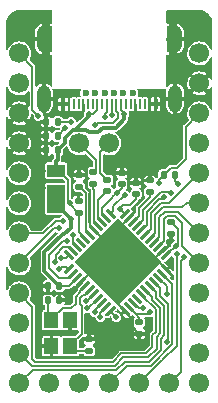
<source format=gtl>
G04 #@! TF.GenerationSoftware,KiCad,Pcbnew,(5.99.0-11424-g2f41dd4074)*
G04 #@! TF.CreationDate,2021-09-18T21:26:06+03:00*
G04 #@! TF.ProjectId,goldfish,676f6c64-6669-4736-982e-6b696361645f,C*
G04 #@! TF.SameCoordinates,Original*
G04 #@! TF.FileFunction,Copper,L1,Top*
G04 #@! TF.FilePolarity,Positive*
%FSLAX46Y46*%
G04 Gerber Fmt 4.6, Leading zero omitted, Abs format (unit mm)*
G04 Created by KiCad (PCBNEW (5.99.0-11424-g2f41dd4074)) date 2021-09-18 21:26:06*
%MOMM*%
%LPD*%
G01*
G04 APERTURE LIST*
G04 Aperture macros list*
%AMRoundRect*
0 Rectangle with rounded corners*
0 $1 Rounding radius*
0 $2 $3 $4 $5 $6 $7 $8 $9 X,Y pos of 4 corners*
0 Add a 4 corners polygon primitive as box body*
4,1,4,$2,$3,$4,$5,$6,$7,$8,$9,$2,$3,0*
0 Add four circle primitives for the rounded corners*
1,1,$1+$1,$2,$3*
1,1,$1+$1,$4,$5*
1,1,$1+$1,$6,$7*
1,1,$1+$1,$8,$9*
0 Add four rect primitives between the rounded corners*
20,1,$1+$1,$2,$3,$4,$5,0*
20,1,$1+$1,$4,$5,$6,$7,0*
20,1,$1+$1,$6,$7,$8,$9,0*
20,1,$1+$1,$8,$9,$2,$3,0*%
%AMRotRect*
0 Rectangle, with rotation*
0 The origin of the aperture is its center*
0 $1 length*
0 $2 width*
0 $3 Rotation angle, in degrees counterclockwise*
0 Add horizontal line*
21,1,$1,$2,0,0,$3*%
G04 Aperture macros list end*
G04 #@! TA.AperFunction,SMDPad,CuDef*
%ADD10RoundRect,0.062500X-0.380070X0.291682X0.291682X-0.380070X0.380070X-0.291682X-0.291682X0.380070X0*%
G04 #@! TD*
G04 #@! TA.AperFunction,SMDPad,CuDef*
%ADD11RoundRect,0.062500X-0.380070X-0.291682X-0.291682X-0.380070X0.380070X0.291682X0.291682X0.380070X0*%
G04 #@! TD*
G04 #@! TA.AperFunction,SMDPad,CuDef*
%ADD12RotRect,5.200000X5.200000X315.000000*%
G04 #@! TD*
G04 #@! TA.AperFunction,SMDPad,CuDef*
%ADD13RoundRect,0.147500X-0.147500X-0.172500X0.147500X-0.172500X0.147500X0.172500X-0.147500X0.172500X0*%
G04 #@! TD*
G04 #@! TA.AperFunction,SMDPad,CuDef*
%ADD14RoundRect,0.147500X0.172500X-0.147500X0.172500X0.147500X-0.172500X0.147500X-0.172500X-0.147500X0*%
G04 #@! TD*
G04 #@! TA.AperFunction,SMDPad,CuDef*
%ADD15R,1.200000X1.400000*%
G04 #@! TD*
G04 #@! TA.AperFunction,SMDPad,CuDef*
%ADD16R,1.500000X2.400000*%
G04 #@! TD*
G04 #@! TA.AperFunction,SMDPad,CuDef*
%ADD17R,1.500000X1.050000*%
G04 #@! TD*
G04 #@! TA.AperFunction,SMDPad,CuDef*
%ADD18R,0.230000X0.850000*%
G04 #@! TD*
G04 #@! TA.AperFunction,ComponentPad*
%ADD19C,0.600000*%
G04 #@! TD*
G04 #@! TA.AperFunction,SMDPad,CuDef*
%ADD20R,0.460000X0.850000*%
G04 #@! TD*
G04 #@! TA.AperFunction,SMDPad,CuDef*
%ADD21R,0.700000X2.300000*%
G04 #@! TD*
G04 #@! TA.AperFunction,ComponentPad*
%ADD22O,1.200000X2.300000*%
G04 #@! TD*
G04 #@! TA.AperFunction,ComponentPad*
%ADD23C,1.700000*%
G04 #@! TD*
G04 #@! TA.AperFunction,SMDPad,CuDef*
%ADD24RoundRect,0.147500X-0.172500X0.147500X-0.172500X-0.147500X0.172500X-0.147500X0.172500X0.147500X0*%
G04 #@! TD*
G04 #@! TA.AperFunction,SMDPad,CuDef*
%ADD25RoundRect,0.147500X0.147500X0.172500X-0.147500X0.172500X-0.147500X-0.172500X0.147500X-0.172500X0*%
G04 #@! TD*
G04 #@! TA.AperFunction,ViaPad*
%ADD26C,0.500000*%
G04 #@! TD*
G04 #@! TA.AperFunction,Conductor*
%ADD27C,0.160000*%
G04 #@! TD*
G04 #@! TA.AperFunction,Conductor*
%ADD28C,0.310000*%
G04 #@! TD*
G04 APERTURE END LIST*
D10*
X30107798Y-40872264D03*
X29754245Y-41225818D03*
X29400691Y-41579371D03*
X29047138Y-41932924D03*
X28693585Y-42286478D03*
X28340031Y-42640031D03*
X27986478Y-42993585D03*
X27632924Y-43347138D03*
X27279371Y-43700691D03*
X26925818Y-44054245D03*
X26572264Y-44407798D03*
D11*
X26572264Y-45592202D03*
X26925818Y-45945755D03*
X27279371Y-46299309D03*
X27632924Y-46652862D03*
X27986478Y-47006415D03*
X28340031Y-47359969D03*
X28693585Y-47713522D03*
X29047138Y-48067076D03*
X29400691Y-48420629D03*
X29754245Y-48774182D03*
X30107798Y-49127736D03*
D10*
X31292202Y-49127736D03*
X31645755Y-48774182D03*
X31999309Y-48420629D03*
X32352862Y-48067076D03*
X32706415Y-47713522D03*
X33059969Y-47359969D03*
X33413522Y-47006415D03*
X33767076Y-46652862D03*
X34120629Y-46299309D03*
X34474182Y-45945755D03*
X34827736Y-45592202D03*
D11*
X34827736Y-44407798D03*
X34474182Y-44054245D03*
X34120629Y-43700691D03*
X33767076Y-43347138D03*
X33413522Y-42993585D03*
X33059969Y-42640031D03*
X32706415Y-42286478D03*
X32352862Y-41932924D03*
X31999309Y-41579371D03*
X31645755Y-41225818D03*
X31292202Y-40872264D03*
D12*
X30700000Y-45000000D03*
D13*
X24815000Y-48200000D03*
X25785000Y-48200000D03*
D14*
X28300000Y-52485000D03*
X28300000Y-51515000D03*
D15*
X26700000Y-52100000D03*
X26700000Y-49900000D03*
X25100000Y-49900000D03*
X25100000Y-52100000D03*
D14*
X28650000Y-38335000D03*
X28650000Y-37365000D03*
X29850000Y-38985000D03*
X29850000Y-38015000D03*
D13*
X24665000Y-35500000D03*
X25635000Y-35500000D03*
D14*
X27450000Y-38585000D03*
X27450000Y-37615000D03*
X32250000Y-39235000D03*
X32250000Y-38265000D03*
D16*
X25500000Y-39600000D03*
D17*
X25500000Y-37225000D03*
D14*
X27400000Y-40785000D03*
X27400000Y-39815000D03*
D13*
X34615000Y-37600000D03*
X35585000Y-37600000D03*
D18*
X32200000Y-31615000D03*
X31800000Y-31615000D03*
X31400000Y-31615000D03*
X31000000Y-31615000D03*
X30600000Y-31615000D03*
X30200000Y-31615000D03*
X29800000Y-31615000D03*
X29400000Y-31615000D03*
X29000000Y-31615000D03*
X28600000Y-31615000D03*
X28200000Y-31615000D03*
X27800000Y-31615000D03*
X26600000Y-31615000D03*
X27000000Y-31615000D03*
X27400000Y-31615000D03*
D19*
X28000000Y-30690000D03*
X28800000Y-30690000D03*
X29600000Y-30690000D03*
X30400000Y-30690000D03*
X31200000Y-30690000D03*
X32000000Y-30690000D03*
D18*
X32600000Y-31615000D03*
X33000000Y-31615000D03*
X33400000Y-31615000D03*
D20*
X26085000Y-31615000D03*
X33915000Y-31615000D03*
D21*
X24800000Y-26090000D03*
X35200000Y-26090000D03*
D22*
X24450000Y-31140000D03*
X35550000Y-26090000D03*
X24450000Y-26090000D03*
X35550000Y-31140000D03*
D23*
X35080000Y-55240000D03*
X32540000Y-55240000D03*
X30000000Y-55240000D03*
X27460000Y-55240000D03*
X24920000Y-55240000D03*
X27460000Y-34920000D03*
X30000000Y-34920000D03*
X22380000Y-55240000D03*
X22380000Y-52700000D03*
X22380000Y-50160000D03*
X22380000Y-47620000D03*
X22380000Y-45080000D03*
X22380000Y-42540000D03*
X22380000Y-40000000D03*
X22380000Y-37460000D03*
X22380000Y-34920000D03*
X22380000Y-32380000D03*
X22380000Y-29840000D03*
X22380000Y-27300000D03*
X37620000Y-27300000D03*
X37620000Y-29840000D03*
X37620000Y-32380000D03*
X37620000Y-34920000D03*
X37620000Y-37460000D03*
X37620000Y-40000000D03*
X37620000Y-42540000D03*
X37620000Y-45080000D03*
X37620000Y-47620000D03*
X37620000Y-50160000D03*
X37620000Y-52700000D03*
X37620000Y-55240000D03*
D13*
X24665000Y-33100000D03*
X25635000Y-33100000D03*
X24665000Y-34300000D03*
X25635000Y-34300000D03*
D14*
X31050000Y-38385000D03*
X31050000Y-37415000D03*
D24*
X35200000Y-41615000D03*
X35200000Y-42585000D03*
X32550000Y-50065000D03*
X32550000Y-51035000D03*
D25*
X25785000Y-47000000D03*
X24815000Y-47000000D03*
D14*
X33450000Y-39035000D03*
X33450000Y-38065000D03*
D26*
X35800000Y-38350000D03*
X33450000Y-49200000D03*
X35650000Y-43600000D03*
X30900000Y-40450000D03*
X26800000Y-41350000D03*
X24450000Y-29550000D03*
X30950000Y-52200000D03*
X35550000Y-29550000D03*
X35850000Y-36200000D03*
X31450000Y-33500000D03*
X34500000Y-30750000D03*
X26600000Y-32450000D03*
X24350000Y-37300000D03*
X24000000Y-47300000D03*
X24000000Y-52900000D03*
X26700000Y-37500000D03*
X36000000Y-34900000D03*
X32750000Y-30750000D03*
X27250000Y-30750000D03*
X29250000Y-51750000D03*
X25500000Y-30750000D03*
X31550000Y-36750000D03*
X34850000Y-32450000D03*
X32450000Y-32450000D03*
X26350000Y-35850000D03*
X29250000Y-50350000D03*
X34650000Y-36850000D03*
X31800000Y-50800000D03*
X35550000Y-27700000D03*
X24000000Y-50100000D03*
X24000000Y-48700000D03*
X24950000Y-36250000D03*
X24000000Y-51500000D03*
X23000000Y-46350000D03*
X24450000Y-27700000D03*
X24350000Y-38700000D03*
X36000000Y-33400000D03*
X28150000Y-49600000D03*
X28150000Y-50800000D03*
X27550000Y-32450000D03*
X30700000Y-36000000D03*
X33050000Y-33650000D03*
X33400000Y-32450000D03*
X33150000Y-51750000D03*
X28400000Y-36650000D03*
X32850000Y-37450000D03*
X29750000Y-36900000D03*
X30950000Y-50200000D03*
X31300000Y-34800000D03*
X34550000Y-33650000D03*
X25150000Y-32450000D03*
X28800000Y-33400000D03*
X26250000Y-33600000D03*
X26750000Y-33100000D03*
X34200000Y-38300000D03*
X26450000Y-43200000D03*
X26900000Y-42700000D03*
X25950000Y-44600000D03*
X25400000Y-45000000D03*
X34850000Y-51700000D03*
X31300000Y-39300000D03*
X25750000Y-42100000D03*
X34850000Y-47700000D03*
X32850000Y-48900000D03*
X26100000Y-41500000D03*
X28000000Y-48250000D03*
X28150000Y-48900000D03*
X28750000Y-49200000D03*
X29250000Y-49650000D03*
X24000000Y-32600000D03*
X34650000Y-39500000D03*
X35700000Y-44300000D03*
X36350000Y-44550000D03*
X35200000Y-39100000D03*
X25750000Y-45600000D03*
X29600000Y-32700000D03*
X30250000Y-32550000D03*
X31250000Y-32450000D03*
X28250000Y-32450000D03*
X26660000Y-40000000D03*
X30650000Y-39100000D03*
X30600000Y-49650000D03*
D27*
X33250000Y-49400000D02*
X33450000Y-49200000D01*
X31050000Y-40612384D02*
X30850000Y-40400000D01*
X35215000Y-41615000D02*
X35200000Y-41615000D01*
X32550000Y-50065000D02*
X32550000Y-49678427D01*
X35585000Y-37600000D02*
X35585000Y-38135000D01*
X30900000Y-40450000D02*
X31050000Y-40612384D01*
X35350000Y-43885534D02*
X34836575Y-44398959D01*
X32271573Y-49400000D02*
X31654594Y-48783021D01*
X35800000Y-42200000D02*
X35215000Y-41615000D01*
X35585000Y-38135000D02*
X35800000Y-38350000D01*
D28*
X26000000Y-42650000D02*
X24500000Y-44150000D01*
D27*
X31050000Y-40600000D02*
X30850000Y-40400000D01*
D28*
X25500000Y-39600000D02*
X25500000Y-40050000D01*
D27*
X32250000Y-39650000D02*
X32250000Y-39235000D01*
D28*
X24500000Y-44150000D02*
X24500000Y-45700000D01*
D27*
X35364466Y-43885534D02*
X35650000Y-43600000D01*
D28*
X24500000Y-45700000D02*
X25785000Y-46985000D01*
D27*
X35800000Y-43450000D02*
X35800000Y-42200000D01*
D28*
X26050000Y-42600000D02*
X26200000Y-42600000D01*
D27*
X31673021Y-48793021D02*
X31654594Y-48793021D01*
X31050000Y-40612384D02*
X31050000Y-40600000D01*
D28*
X25785000Y-46985000D02*
X25785000Y-47000000D01*
D27*
X33250000Y-49400000D02*
X32271573Y-49400000D01*
X31750000Y-40150000D02*
X32250000Y-39650000D01*
X30900000Y-40450000D02*
X31200000Y-40150000D01*
X26578680Y-47000000D02*
X25785000Y-47000000D01*
X30900000Y-40450000D02*
X31301041Y-40863425D01*
X27270532Y-46308148D02*
X26578680Y-47000000D01*
D28*
X25500000Y-40050000D02*
X26800000Y-41350000D01*
X26800000Y-42000000D02*
X26800000Y-41350000D01*
X26200000Y-42600000D02*
X26750000Y-42050000D01*
D27*
X35350000Y-43885534D02*
X35364466Y-43885534D01*
X32550000Y-49678427D02*
X32271573Y-49400000D01*
D28*
X26750000Y-42050000D02*
X26800000Y-42000000D01*
D27*
X31200000Y-40150000D02*
X31750000Y-40150000D01*
X25785000Y-47000000D02*
X25700000Y-47000000D01*
X30900000Y-40450000D02*
X31050000Y-40600000D01*
D28*
X26000000Y-42650000D02*
X26050000Y-42600000D01*
D27*
X35650000Y-43600000D02*
X35800000Y-43450000D01*
X35550000Y-29550000D02*
X35550000Y-27700000D01*
X35550000Y-27700000D02*
X35550000Y-26090000D01*
X24450000Y-27700000D02*
X24450000Y-26090000D01*
X24450000Y-29550000D02*
X24450000Y-27700000D01*
X28350000Y-38950000D02*
X28050000Y-38650000D01*
X27250000Y-39150000D02*
X27100000Y-39150000D01*
X23150000Y-33150000D02*
X22380000Y-32380000D01*
X28300000Y-51515000D02*
X28865000Y-51515000D01*
X33400000Y-32450000D02*
X33700000Y-32450000D01*
X24665000Y-33100000D02*
X24665000Y-34300000D01*
X32450000Y-32450000D02*
X32300000Y-32450000D01*
X33400000Y-31615000D02*
X33400000Y-32450000D01*
X26300000Y-32450000D02*
X26600000Y-32450000D01*
X32850000Y-38150000D02*
X32935000Y-38065000D01*
X24665000Y-34300000D02*
X24665000Y-35500000D01*
X26700000Y-47585787D02*
X26700000Y-48050000D01*
X27624086Y-46661701D02*
X26700000Y-47585787D01*
X32250000Y-38265000D02*
X32765000Y-38265000D01*
X32535000Y-51035000D02*
X32550000Y-51035000D01*
X25100000Y-53000000D02*
X25100000Y-52100000D01*
X26085000Y-31615000D02*
X26085000Y-32235000D01*
X27450000Y-37615000D02*
X27450000Y-36900000D01*
X25100000Y-51200000D02*
X25100000Y-52100000D01*
X25150000Y-53050000D02*
X25100000Y-53000000D01*
X25100000Y-52100000D02*
X24300000Y-52100000D01*
X28050000Y-38650000D02*
X28050000Y-37700000D01*
X30700000Y-45000000D02*
X33528427Y-45000000D01*
X25700000Y-47600000D02*
X25785000Y-47685000D01*
X33915000Y-32235000D02*
X33915000Y-31615000D01*
X36320000Y-31140000D02*
X37620000Y-29840000D01*
X24450000Y-31140000D02*
X24450000Y-29550000D01*
X23900000Y-33150000D02*
X23950000Y-33100000D01*
X33528427Y-45000000D02*
X34483021Y-44045406D01*
X28350000Y-41942893D02*
X28350000Y-38950000D01*
X29150000Y-52850000D02*
X28950000Y-53050000D01*
X31950000Y-50450000D02*
X31950000Y-49785534D01*
X25665000Y-31615000D02*
X25450000Y-31400000D01*
X26550000Y-48200000D02*
X25785000Y-48200000D01*
X31050000Y-37415000D02*
X31915000Y-37415000D01*
X24815000Y-47000000D02*
X24815000Y-47515000D01*
X23950000Y-33100000D02*
X24665000Y-33100000D01*
X32200000Y-31615000D02*
X32200000Y-32200000D01*
X26500000Y-51000000D02*
X25300000Y-51000000D01*
X23150000Y-34150000D02*
X23150000Y-33150000D01*
X28684746Y-42277639D02*
X30700000Y-44292893D01*
X31654594Y-41216979D02*
X30700000Y-42171573D01*
X27800000Y-32200000D02*
X27550000Y-32450000D01*
X27400000Y-39300000D02*
X27250000Y-39150000D01*
X34550000Y-31350000D02*
X34760000Y-31140000D01*
X33700000Y-32450000D02*
X33915000Y-32235000D01*
X26085000Y-32235000D02*
X26300000Y-32450000D01*
X25450000Y-31400000D02*
X25450000Y-31350000D01*
X30700000Y-45000000D02*
X29285787Y-45000000D01*
X26700000Y-48050000D02*
X26550000Y-48200000D01*
X24350000Y-47600000D02*
X24900000Y-47600000D01*
X28684746Y-42277639D02*
X28350000Y-41942893D01*
X32150000Y-40250000D02*
X32850000Y-39550000D01*
X31915000Y-37415000D02*
X32250000Y-37750000D01*
X25240000Y-31140000D02*
X24450000Y-31140000D01*
X25450000Y-31350000D02*
X25240000Y-31140000D01*
X26600000Y-31615000D02*
X26600000Y-32450000D01*
X34760000Y-31140000D02*
X35550000Y-31140000D01*
X31050000Y-37415000D02*
X30535000Y-37415000D01*
X28050000Y-37700000D02*
X27965000Y-37615000D01*
X30700000Y-44292893D02*
X30700000Y-45000000D01*
X32850000Y-38350000D02*
X32850000Y-38150000D01*
X35200000Y-42585000D02*
X35200000Y-43328427D01*
X31950000Y-49785534D02*
X31301041Y-49136575D01*
X30700000Y-42171573D02*
X30700000Y-45000000D01*
X34335000Y-31615000D02*
X34550000Y-31400000D01*
X28950000Y-53050000D02*
X25150000Y-53050000D01*
X31301041Y-49136575D02*
X30700000Y-48535534D01*
X27400000Y-39815000D02*
X27400000Y-39300000D01*
X29285787Y-45000000D02*
X27624086Y-46661701D01*
X23150000Y-33150000D02*
X23900000Y-33150000D01*
X33915000Y-31615000D02*
X34335000Y-31615000D01*
X27965000Y-37615000D02*
X27450000Y-37615000D01*
X32765000Y-38265000D02*
X32850000Y-38350000D01*
X32200000Y-32200000D02*
X32450000Y-32450000D01*
X31950000Y-50450000D02*
X32535000Y-51035000D01*
X27100000Y-39150000D02*
X26850000Y-38900000D01*
X30700000Y-48535534D02*
X30700000Y-45000000D01*
X24815000Y-47515000D02*
X24900000Y-47600000D01*
X30535000Y-37415000D02*
X30450000Y-37500000D01*
X35200000Y-43328427D02*
X34483021Y-44045406D01*
X34550000Y-31400000D02*
X34550000Y-31350000D01*
X32935000Y-38065000D02*
X33450000Y-38065000D01*
X31654594Y-41216979D02*
X32150000Y-40721573D01*
X27800000Y-31615000D02*
X27800000Y-32200000D01*
X22380000Y-34920000D02*
X23150000Y-34150000D01*
X25785000Y-47685000D02*
X25785000Y-48200000D01*
X25300000Y-51000000D02*
X25100000Y-51200000D01*
X32150000Y-40721573D02*
X32150000Y-40250000D01*
X34235534Y-45000000D02*
X34836575Y-45601041D01*
X35550000Y-31140000D02*
X35550000Y-29550000D01*
X24900000Y-47600000D02*
X25700000Y-47600000D01*
X26085000Y-31615000D02*
X25665000Y-31615000D01*
X30450000Y-37500000D02*
X30450000Y-38650000D01*
X32850000Y-39550000D02*
X32850000Y-38350000D01*
X30700000Y-45000000D02*
X34235534Y-45000000D01*
X32250000Y-37750000D02*
X32250000Y-38265000D01*
X35550000Y-31140000D02*
X36320000Y-31140000D01*
X24250000Y-52050000D02*
X24300000Y-52100000D01*
X26700000Y-50800000D02*
X26500000Y-51000000D01*
X26700000Y-49900000D02*
X26700000Y-50800000D01*
X26800000Y-48850000D02*
X27150000Y-48500000D01*
X27550000Y-47442893D02*
X27977639Y-47015254D01*
X26050000Y-48850000D02*
X26800000Y-48850000D01*
X25100000Y-49900000D02*
X25100000Y-49800000D01*
X25100000Y-49800000D02*
X26050000Y-48850000D01*
X27150000Y-47900000D02*
X27550000Y-47500000D01*
X27150000Y-48500000D02*
X27150000Y-47900000D01*
X24815000Y-48200000D02*
X24815000Y-49615000D01*
X24815000Y-49615000D02*
X25100000Y-49900000D01*
X28000000Y-39100000D02*
X28000000Y-42300000D01*
X27485000Y-38585000D02*
X28000000Y-39100000D01*
X27450000Y-38585000D02*
X27485000Y-38585000D01*
X28000000Y-42300000D02*
X28331192Y-42631192D01*
X25635000Y-34265000D02*
X26250000Y-33650000D01*
X30750000Y-32800000D02*
X30350000Y-33200000D01*
X30600000Y-32200000D02*
X30600000Y-31615000D01*
X30600000Y-32200000D02*
X30750000Y-32350000D01*
X25635000Y-34300000D02*
X25635000Y-34265000D01*
X30350000Y-33200000D02*
X29000000Y-33200000D01*
X30750000Y-32350000D02*
X30750000Y-32800000D01*
X26250000Y-33650000D02*
X26250000Y-33600000D01*
X29000000Y-33200000D02*
X28800000Y-33400000D01*
X25635000Y-33100000D02*
X26750000Y-33100000D01*
X25950000Y-43350000D02*
X26100000Y-43200000D01*
X35200000Y-37000000D02*
X35750000Y-37000000D01*
X24900000Y-44400000D02*
X25950000Y-43350000D01*
X36500000Y-33500000D02*
X37620000Y-32380000D01*
X26916979Y-45954594D02*
X26571573Y-46300000D01*
X34615000Y-37600000D02*
X34615000Y-37585000D01*
X25750000Y-46300000D02*
X24900000Y-45450000D01*
X34615000Y-37585000D02*
X35200000Y-37000000D01*
X34200000Y-38050000D02*
X34615000Y-37635000D01*
X35750000Y-37000000D02*
X36500000Y-36250000D01*
X34200000Y-38300000D02*
X34200000Y-38050000D01*
X26100000Y-43200000D02*
X26450000Y-43200000D01*
X24900000Y-45450000D02*
X24900000Y-44400000D01*
X36500000Y-36250000D02*
X36500000Y-33500000D01*
X34615000Y-37635000D02*
X34615000Y-37600000D01*
X26571573Y-46300000D02*
X25750000Y-46300000D01*
X34400000Y-40000000D02*
X35080000Y-40000000D01*
X33550000Y-40850000D02*
X33550000Y-42150000D01*
X35080000Y-40000000D02*
X37620000Y-37460000D01*
X33550000Y-40850000D02*
X34400000Y-40000000D01*
X33550000Y-42150000D02*
X33068808Y-42631192D01*
X33900000Y-41000000D02*
X34550000Y-40350000D01*
X36200000Y-40350000D02*
X34550000Y-40350000D01*
X36550000Y-40000000D02*
X36200000Y-40350000D01*
X37620000Y-40000000D02*
X36550000Y-40000000D01*
X33900000Y-41000000D02*
X33900000Y-42507107D01*
X33900000Y-42507107D02*
X33422361Y-42984746D01*
X34250000Y-42864213D02*
X33775914Y-43338299D01*
X34250000Y-41150000D02*
X34700000Y-40700000D01*
X35780000Y-40700000D02*
X37620000Y-42540000D01*
X34250000Y-41150000D02*
X34250000Y-42864213D01*
X34700000Y-40700000D02*
X35780000Y-40700000D01*
X34850000Y-41050000D02*
X35550000Y-41050000D01*
X34600000Y-43221320D02*
X34129468Y-43691852D01*
X36150000Y-43610000D02*
X37620000Y-45080000D01*
X35550000Y-41050000D02*
X36150000Y-41650000D01*
X36150000Y-41650000D02*
X36150000Y-43610000D01*
X34600000Y-41300000D02*
X34600000Y-43221320D01*
X34600000Y-41300000D02*
X34850000Y-41050000D01*
X26950000Y-43371320D02*
X26950000Y-42750000D01*
X27270532Y-43691852D02*
X26950000Y-43371320D01*
X26950000Y-42750000D02*
X26900000Y-42700000D01*
X26362384Y-44600000D02*
X26563425Y-44398959D01*
X25950000Y-44600000D02*
X26362384Y-44600000D01*
X26100000Y-43700000D02*
X26571573Y-43700000D01*
X26571573Y-43700000D02*
X26916979Y-44045406D01*
X25450000Y-44350000D02*
X25450000Y-44950000D01*
X25450000Y-44350000D02*
X26100000Y-43700000D01*
X25450000Y-44950000D02*
X25400000Y-45000000D01*
X35000000Y-48550000D02*
X34300000Y-47850000D01*
X35000000Y-48550000D02*
X35000000Y-51550000D01*
X35000000Y-51550000D02*
X34850000Y-51700000D01*
X34300000Y-47850000D02*
X34300000Y-47185787D01*
X34300000Y-47185787D02*
X33775914Y-46661701D01*
X34650000Y-48700000D02*
X33950000Y-48000000D01*
X23520000Y-54100000D02*
X30600000Y-54100000D01*
X31300000Y-53400000D02*
X33400000Y-53400000D01*
X34350000Y-51450000D02*
X34650000Y-51150000D01*
X30600000Y-54100000D02*
X31300000Y-53400000D01*
X34650000Y-51150000D02*
X34650000Y-48700000D01*
X33950000Y-48000000D02*
X33950000Y-47542893D01*
X22380000Y-55240000D02*
X23520000Y-54100000D01*
X33400000Y-53400000D02*
X34350000Y-52450000D01*
X33950000Y-47542893D02*
X33422361Y-47015254D01*
X34350000Y-52450000D02*
X34350000Y-51450000D01*
X34000000Y-51300000D02*
X34000000Y-52300000D01*
X31150000Y-53050000D02*
X30450000Y-53750000D01*
X23430000Y-53750000D02*
X22380000Y-52700000D01*
X33250000Y-53050000D02*
X31150000Y-53050000D01*
X33600000Y-48150000D02*
X34300000Y-48850000D01*
X34300000Y-51000000D02*
X34000000Y-51300000D01*
X33068808Y-47368808D02*
X33600000Y-47900000D01*
X34300000Y-48850000D02*
X34300000Y-51000000D01*
X34000000Y-52300000D02*
X33250000Y-53050000D01*
X33600000Y-47900000D02*
X33600000Y-48150000D01*
X30450000Y-53750000D02*
X23430000Y-53750000D01*
X30350000Y-40300000D02*
X30350000Y-40612384D01*
X30350000Y-40300000D02*
X30350000Y-40250000D01*
X30350000Y-40250000D02*
X31300000Y-39300000D01*
X30350000Y-40612384D02*
X30098959Y-40863425D01*
X33950000Y-48957107D02*
X32715254Y-47722361D01*
X33100000Y-52700000D02*
X33650000Y-52150000D01*
X23500000Y-53150000D02*
X23750000Y-53400000D01*
X33650000Y-51150000D02*
X33950000Y-50850000D01*
X31000000Y-52700000D02*
X33100000Y-52700000D01*
X33950000Y-50850000D02*
X33950000Y-48957107D01*
X22380000Y-47620000D02*
X23500000Y-48740000D01*
X23500000Y-48740000D02*
X23500000Y-53150000D01*
X23750000Y-53400000D02*
X30300000Y-53400000D01*
X30300000Y-53400000D02*
X31000000Y-52700000D01*
X33650000Y-52150000D02*
X33650000Y-51150000D01*
X34850000Y-47028680D02*
X34129468Y-46308148D01*
X34850000Y-47700000D02*
X34850000Y-47028680D01*
X25360000Y-42100000D02*
X22380000Y-45080000D01*
X25750000Y-42100000D02*
X25360000Y-42100000D01*
X32478680Y-48900000D02*
X32008148Y-48429468D01*
X32850000Y-48900000D02*
X32478680Y-48900000D01*
X25450000Y-41500000D02*
X24410000Y-42540000D01*
X24410000Y-42540000D02*
X22380000Y-42540000D01*
X26100000Y-41500000D02*
X25450000Y-41500000D01*
X28000000Y-48250000D02*
X28157107Y-48250000D01*
X28157107Y-48250000D02*
X28684746Y-47722361D01*
X28150000Y-48900000D02*
X28214213Y-48900000D01*
X28214213Y-48900000D02*
X29038299Y-48075914D01*
X28750000Y-49200000D02*
X28750000Y-49071320D01*
X28750000Y-49071320D02*
X29391852Y-48429468D01*
X29250000Y-49278427D02*
X29745406Y-48783021D01*
X29250000Y-49650000D02*
X29250000Y-49278427D01*
X23500000Y-28420000D02*
X22380000Y-27300000D01*
X23500000Y-32100000D02*
X23500000Y-28420000D01*
X24000000Y-32600000D02*
X23500000Y-32100000D01*
X35700000Y-52080000D02*
X34480000Y-53300000D01*
X35700000Y-44300000D02*
X35700000Y-52080000D01*
X33200000Y-40700000D02*
X33200000Y-41792893D01*
X32540000Y-55240000D02*
X34480000Y-53300000D01*
X34500000Y-39650000D02*
X34250000Y-39650000D01*
X34250000Y-39650000D02*
X33200000Y-40700000D01*
X34650000Y-39500000D02*
X34500000Y-39650000D01*
X33200000Y-41792893D02*
X32715254Y-42277639D01*
X35100000Y-39000000D02*
X35200000Y-39100000D01*
X34400000Y-39000000D02*
X35100000Y-39000000D01*
X32850000Y-40550000D02*
X34400000Y-39000000D01*
X32850000Y-41435787D02*
X32850000Y-40550000D01*
X32361701Y-41924086D02*
X32850000Y-41435787D01*
X36050000Y-54270000D02*
X35080000Y-55240000D01*
X36350000Y-44550000D02*
X36050000Y-44850000D01*
X36050000Y-44850000D02*
X36050000Y-54270000D01*
X30000000Y-55240000D02*
X31490000Y-53750000D01*
X35350000Y-46821573D02*
X34483021Y-45954594D01*
X33550000Y-53750000D02*
X35350000Y-51950000D01*
X35350000Y-51950000D02*
X35350000Y-46821573D01*
X31490000Y-53750000D02*
X33550000Y-53750000D01*
X26312384Y-45350000D02*
X26563425Y-45601041D01*
X26563425Y-45601041D02*
X26364466Y-45800000D01*
X26312384Y-45350000D02*
X26000000Y-45350000D01*
X26000000Y-45350000D02*
X25750000Y-45600000D01*
X29250000Y-35670000D02*
X29250000Y-36200000D01*
X29600000Y-32450000D02*
X29600000Y-32700000D01*
X29850000Y-38015000D02*
X29815000Y-38015000D01*
X29800000Y-32250000D02*
X29600000Y-32450000D01*
X29250000Y-37450000D02*
X29250000Y-36200000D01*
X29250000Y-35670000D02*
X30000000Y-34920000D01*
X29815000Y-38015000D02*
X29250000Y-37450000D01*
X29800000Y-31615000D02*
X29800000Y-32250000D01*
X28900000Y-37115000D02*
X28900000Y-36360000D01*
X28650000Y-37365000D02*
X28900000Y-37115000D01*
X30200000Y-32550000D02*
X30200000Y-31615000D01*
X30250000Y-32550000D02*
X30200000Y-32550000D01*
X27460000Y-34920000D02*
X28550000Y-36010000D01*
X28900000Y-36360000D02*
X28550000Y-36010000D01*
X26700000Y-52100000D02*
X26700000Y-52000000D01*
X27650000Y-48650000D02*
X27500000Y-48500000D01*
X26700000Y-52000000D02*
X27650000Y-51050000D01*
X27500000Y-48500000D02*
X27500000Y-48050000D01*
X27950000Y-47750000D02*
X28331192Y-47368808D01*
X28300000Y-52485000D02*
X27085000Y-52485000D01*
X27500000Y-48050000D02*
X27800000Y-47750000D01*
X27085000Y-52485000D02*
X26700000Y-52100000D01*
X27650000Y-51050000D02*
X27650000Y-48650000D01*
X27800000Y-47750000D02*
X27950000Y-47750000D01*
X29038299Y-41924086D02*
X28700000Y-41585787D01*
X28700000Y-38800000D02*
X28650000Y-38750000D01*
X28650000Y-38750000D02*
X28650000Y-38335000D01*
X28700000Y-41585787D02*
X28700000Y-38800000D01*
X29815000Y-38985000D02*
X29850000Y-38985000D01*
X29050000Y-41228680D02*
X29050000Y-39750000D01*
X29050000Y-39750000D02*
X29815000Y-38985000D01*
X29391852Y-41570532D02*
X29050000Y-41228680D01*
X32500000Y-41078680D02*
X32008148Y-41570532D01*
X32500000Y-40400000D02*
X33450000Y-39450000D01*
X32500000Y-40400000D02*
X32500000Y-41078680D01*
X33450000Y-39450000D02*
X33450000Y-39035000D01*
X30250000Y-39500000D02*
X30650000Y-39100000D01*
D28*
X29050000Y-34000000D02*
X29450000Y-33600000D01*
X28250000Y-32450000D02*
X28200000Y-32500000D01*
D27*
X31000000Y-32100000D02*
X31200000Y-32300000D01*
X29000000Y-32100000D02*
X28650000Y-32450000D01*
X30650000Y-39100000D02*
X31050000Y-38700000D01*
D28*
X29450000Y-33600000D02*
X30550000Y-33600000D01*
D27*
X27400000Y-40785000D02*
X27385000Y-40785000D01*
D28*
X25500000Y-36450000D02*
X25635000Y-36315000D01*
D27*
X27385000Y-40785000D02*
X26660000Y-40060000D01*
X25725000Y-37225000D02*
X25500000Y-37225000D01*
D28*
X25635000Y-36315000D02*
X25635000Y-35500000D01*
D27*
X30650000Y-39100000D02*
X30774798Y-39100000D01*
X29745406Y-41216979D02*
X29400000Y-40871573D01*
X31200000Y-32300000D02*
X31250000Y-32350000D01*
D28*
X26250000Y-34850000D02*
X26250000Y-34450000D01*
X30550000Y-33600000D02*
X31250000Y-32900000D01*
D27*
X29400000Y-40400000D02*
X30250000Y-39550000D01*
X31250000Y-32350000D02*
X31250000Y-32450000D01*
X28650000Y-32450000D02*
X28250000Y-32450000D01*
D28*
X29050000Y-34000000D02*
X28250000Y-34000000D01*
X25500000Y-37225000D02*
X25500000Y-36450000D01*
D27*
X26660000Y-40060000D02*
X26660000Y-40000000D01*
D28*
X28250000Y-34000000D02*
X28000000Y-33750000D01*
D27*
X29400000Y-40871573D02*
X29400000Y-40400000D01*
X27400000Y-40785000D02*
X27400000Y-42407107D01*
X27977639Y-42984746D02*
X27400000Y-42407107D01*
D28*
X28000000Y-33750000D02*
X27100000Y-33750000D01*
D27*
X26500000Y-38000000D02*
X25725000Y-37225000D01*
D28*
X25635000Y-35465000D02*
X26250000Y-34850000D01*
X25635000Y-35500000D02*
X25635000Y-35465000D01*
D27*
X30250000Y-39550000D02*
X30250000Y-39500000D01*
X29000000Y-31615000D02*
X29000000Y-32100000D01*
X31000000Y-31615000D02*
X31000000Y-32100000D01*
D28*
X26250000Y-34450000D02*
X26950000Y-33750000D01*
X26950000Y-33750000D02*
X27100000Y-33750000D01*
X28250000Y-32600000D02*
X28250000Y-32450000D01*
D27*
X26500000Y-39840000D02*
X26500000Y-38000000D01*
D28*
X27100000Y-33750000D02*
X28250000Y-32600000D01*
D27*
X26660000Y-40000000D02*
X26500000Y-39840000D01*
D28*
X31250000Y-32900000D02*
X31250000Y-32450000D01*
D27*
X31050000Y-38700000D02*
X31050000Y-38385000D01*
X30600000Y-49650000D02*
X30600000Y-49637616D01*
X30098959Y-49136575D02*
X29750000Y-49485534D01*
X30600000Y-49637616D02*
X30098959Y-49136575D01*
G04 #@! TA.AperFunction,Conductor*
G36*
X25480105Y-42412336D02*
G01*
X25490653Y-42421188D01*
X25505706Y-42436241D01*
X25511245Y-42439063D01*
X25511246Y-42439064D01*
X25582301Y-42475268D01*
X25619156Y-42514790D01*
X25621984Y-42568755D01*
X25602297Y-42601519D01*
X24289094Y-43914722D01*
X24284013Y-43919379D01*
X24254585Y-43944072D01*
X24243219Y-43963759D01*
X24235382Y-43977333D01*
X24231679Y-43983145D01*
X24213623Y-44008932D01*
X24209649Y-44014607D01*
X24207860Y-44021283D01*
X24204939Y-44027547D01*
X24204831Y-44027497D01*
X24204661Y-44027907D01*
X24204772Y-44027948D01*
X24202408Y-44034444D01*
X24198953Y-44040428D01*
X24196357Y-44055153D01*
X24192282Y-44078261D01*
X24190793Y-44084976D01*
X24180852Y-44122078D01*
X24181454Y-44128961D01*
X24181454Y-44128963D01*
X24184199Y-44160335D01*
X24184500Y-44167220D01*
X24184500Y-45682783D01*
X24184199Y-45689669D01*
X24182596Y-45707993D01*
X24180852Y-45727922D01*
X24190793Y-45765024D01*
X24192281Y-45771734D01*
X24198953Y-45809572D01*
X24202408Y-45815556D01*
X24204772Y-45822052D01*
X24204661Y-45822093D01*
X24204831Y-45822503D01*
X24204939Y-45822453D01*
X24207860Y-45828717D01*
X24209649Y-45835393D01*
X24213613Y-45841055D01*
X24213614Y-45841056D01*
X24231679Y-45866855D01*
X24235379Y-45872662D01*
X24254585Y-45905928D01*
X24259880Y-45910371D01*
X24284015Y-45930623D01*
X24289095Y-45935279D01*
X24738955Y-46385139D01*
X24761793Y-46434115D01*
X24747807Y-46486313D01*
X24703541Y-46517308D01*
X24683094Y-46520000D01*
X24624464Y-46520000D01*
X24619876Y-46520268D01*
X24600920Y-46522495D01*
X24589557Y-46525609D01*
X24496979Y-46566731D01*
X24485159Y-46574855D01*
X24414537Y-46645601D01*
X24406435Y-46657433D01*
X24365465Y-46750103D01*
X24362376Y-46761431D01*
X24360264Y-46779548D01*
X24360000Y-46784103D01*
X24360000Y-46826070D01*
X24363884Y-46836741D01*
X24369528Y-46840000D01*
X24896000Y-46840000D01*
X24946780Y-46858482D01*
X24973800Y-46905282D01*
X24975000Y-46919000D01*
X24975000Y-47466070D01*
X24978884Y-47476741D01*
X24984528Y-47480000D01*
X25005536Y-47480000D01*
X25010124Y-47479732D01*
X25029080Y-47477505D01*
X25040443Y-47474391D01*
X25133021Y-47433269D01*
X25144841Y-47425145D01*
X25215463Y-47354399D01*
X25223566Y-47342565D01*
X25227510Y-47333645D01*
X25264946Y-47294674D01*
X25318674Y-47288885D01*
X25363554Y-47318985D01*
X25371961Y-47333517D01*
X25376309Y-47343306D01*
X25376311Y-47343309D01*
X25379272Y-47349975D01*
X25460476Y-47431037D01*
X25467145Y-47433985D01*
X25467146Y-47433986D01*
X25559983Y-47475029D01*
X25559985Y-47475030D01*
X25565417Y-47477431D01*
X25571316Y-47478119D01*
X25571317Y-47478119D01*
X25589474Y-47480236D01*
X25589479Y-47480236D01*
X25591741Y-47480500D01*
X25977916Y-47480500D01*
X25980195Y-47480232D01*
X25980200Y-47480232D01*
X25988896Y-47479210D01*
X26005115Y-47477305D01*
X26010556Y-47474888D01*
X26010557Y-47474888D01*
X26103308Y-47433690D01*
X26103311Y-47433688D01*
X26109975Y-47430728D01*
X26191037Y-47349524D01*
X26218433Y-47287556D01*
X26255869Y-47248586D01*
X26290686Y-47240500D01*
X26570305Y-47240500D01*
X26574440Y-47240608D01*
X26608852Y-47242412D01*
X26608854Y-47242412D01*
X26617142Y-47242846D01*
X26641398Y-47233535D01*
X26653267Y-47230019D01*
X26678686Y-47224616D01*
X26686010Y-47219294D01*
X26704143Y-47209449D01*
X26704842Y-47209181D01*
X26704843Y-47209180D01*
X26712592Y-47206206D01*
X26730956Y-47187842D01*
X26740376Y-47179795D01*
X26761399Y-47164521D01*
X26765931Y-47156671D01*
X26778484Y-47140314D01*
X26917355Y-47001443D01*
X26966331Y-46978605D01*
X27018529Y-46992591D01*
X27046177Y-47027009D01*
X27051346Y-47039457D01*
X27058796Y-47047574D01*
X27064650Y-47044359D01*
X27577063Y-46531946D01*
X27626039Y-46509108D01*
X27678237Y-46523094D01*
X27688785Y-46531946D01*
X27753840Y-46597001D01*
X27776678Y-46645977D01*
X27762692Y-46698175D01*
X27753840Y-46708723D01*
X27243283Y-47219280D01*
X27238636Y-47229246D01*
X27243874Y-47233446D01*
X27280581Y-47248612D01*
X27320455Y-47285084D01*
X27327557Y-47338655D01*
X27324653Y-47348321D01*
X27320458Y-47354780D01*
X27319159Y-47362984D01*
X27317953Y-47370595D01*
X27295787Y-47414095D01*
X26985870Y-47724012D01*
X26982870Y-47726860D01*
X26951085Y-47755479D01*
X26947708Y-47763065D01*
X26947706Y-47763067D01*
X26940521Y-47779206D01*
X26934606Y-47790100D01*
X26924981Y-47804921D01*
X26924980Y-47804924D01*
X26920458Y-47811887D01*
X26919159Y-47820088D01*
X26919041Y-47820832D01*
X26913185Y-47840603D01*
X26909500Y-47848880D01*
X26909500Y-47874857D01*
X26908527Y-47887215D01*
X26906583Y-47899491D01*
X26904464Y-47912868D01*
X26906614Y-47920890D01*
X26906808Y-47921616D01*
X26909500Y-47942063D01*
X26909500Y-48367658D01*
X26891018Y-48418438D01*
X26886362Y-48423519D01*
X26723521Y-48586361D01*
X26674545Y-48609199D01*
X26667659Y-48609500D01*
X26285277Y-48609500D01*
X26234497Y-48591018D01*
X26207477Y-48544218D01*
X26213023Y-48498557D01*
X26234534Y-48449899D01*
X26237624Y-48438569D01*
X26239736Y-48420452D01*
X26240000Y-48415897D01*
X26240000Y-48373930D01*
X26236116Y-48363259D01*
X26230472Y-48360000D01*
X25704000Y-48360000D01*
X25653220Y-48341518D01*
X25626200Y-48294718D01*
X25625000Y-48281000D01*
X25625000Y-47733930D01*
X25623398Y-47729528D01*
X25945000Y-47729528D01*
X25945000Y-48026070D01*
X25948884Y-48036741D01*
X25954528Y-48040000D01*
X26226070Y-48040000D01*
X26236741Y-48036116D01*
X26240000Y-48030472D01*
X26240000Y-47984464D01*
X26239732Y-47979876D01*
X26237505Y-47960920D01*
X26234391Y-47949557D01*
X26193269Y-47856979D01*
X26185145Y-47845159D01*
X26114399Y-47774537D01*
X26102567Y-47766435D01*
X26009897Y-47725465D01*
X25998569Y-47722376D01*
X25980452Y-47720264D01*
X25975897Y-47720000D01*
X25958930Y-47720000D01*
X25948259Y-47723884D01*
X25945000Y-47729528D01*
X25623398Y-47729528D01*
X25621116Y-47723259D01*
X25615472Y-47720000D01*
X25594464Y-47720000D01*
X25589876Y-47720268D01*
X25570920Y-47722495D01*
X25559557Y-47725609D01*
X25466979Y-47766731D01*
X25455159Y-47774855D01*
X25384537Y-47845601D01*
X25376434Y-47857435D01*
X25372490Y-47866355D01*
X25335054Y-47905326D01*
X25281326Y-47911115D01*
X25236446Y-47881015D01*
X25228039Y-47866483D01*
X25223691Y-47856694D01*
X25223689Y-47856691D01*
X25220728Y-47850025D01*
X25211290Y-47840603D01*
X25144685Y-47774115D01*
X25139524Y-47768963D01*
X25109024Y-47755479D01*
X25040017Y-47724971D01*
X25040015Y-47724970D01*
X25034583Y-47722569D01*
X25028684Y-47721881D01*
X25028683Y-47721881D01*
X25010526Y-47719764D01*
X25010521Y-47719764D01*
X25008259Y-47719500D01*
X24622084Y-47719500D01*
X24619805Y-47719768D01*
X24619800Y-47719768D01*
X24611104Y-47720790D01*
X24594885Y-47722695D01*
X24589444Y-47725112D01*
X24589443Y-47725112D01*
X24496692Y-47766310D01*
X24496689Y-47766312D01*
X24490025Y-47769272D01*
X24408963Y-47850476D01*
X24406015Y-47857145D01*
X24406014Y-47857146D01*
X24365160Y-47949557D01*
X24362569Y-47955417D01*
X24361881Y-47961316D01*
X24361881Y-47961317D01*
X24360722Y-47971263D01*
X24359500Y-47981741D01*
X24359500Y-48417916D01*
X24362695Y-48445115D01*
X24365112Y-48450556D01*
X24365112Y-48450557D01*
X24406310Y-48543308D01*
X24406312Y-48543311D01*
X24409272Y-48549975D01*
X24490476Y-48631037D01*
X24497145Y-48633985D01*
X24497146Y-48633986D01*
X24527443Y-48647380D01*
X24566414Y-48684817D01*
X24574500Y-48719634D01*
X24574500Y-48960500D01*
X24556018Y-49011280D01*
X24509218Y-49038300D01*
X24495500Y-49039500D01*
X24468218Y-49039500D01*
X24467935Y-49039528D01*
X24462546Y-49041766D01*
X24462545Y-49041766D01*
X24416151Y-49061030D01*
X24416149Y-49061031D01*
X24408966Y-49064014D01*
X24403470Y-49069520D01*
X24372550Y-49100494D01*
X24363856Y-49109203D01*
X24360885Y-49116392D01*
X24360885Y-49116393D01*
X24348844Y-49145536D01*
X24339473Y-49168215D01*
X24339500Y-49200000D01*
X24339500Y-50631782D01*
X24339528Y-50632065D01*
X24341766Y-50637454D01*
X24341766Y-50637455D01*
X24361030Y-50683849D01*
X24361031Y-50683851D01*
X24364014Y-50691034D01*
X24369520Y-50696530D01*
X24403274Y-50730225D01*
X24409203Y-50736144D01*
X24416392Y-50739115D01*
X24416393Y-50739115D01*
X24461026Y-50757557D01*
X24461028Y-50757557D01*
X24468215Y-50760527D01*
X24500000Y-50760500D01*
X25731782Y-50760500D01*
X25732065Y-50760472D01*
X25740292Y-50757056D01*
X25783849Y-50738970D01*
X25783851Y-50738969D01*
X25791034Y-50735986D01*
X25836144Y-50690797D01*
X25837058Y-50688586D01*
X25878131Y-50658412D01*
X25932058Y-50661898D01*
X25965953Y-50690288D01*
X25969942Y-50696246D01*
X26003979Y-50730225D01*
X26016675Y-50738692D01*
X26061121Y-50757056D01*
X26076097Y-50760021D01*
X26100000Y-50760000D01*
X26526070Y-50760000D01*
X26536741Y-50756116D01*
X26540000Y-50750472D01*
X26540000Y-49819000D01*
X26558482Y-49768220D01*
X26605282Y-49741200D01*
X26619000Y-49740000D01*
X26781000Y-49740000D01*
X26831780Y-49758482D01*
X26858800Y-49805282D01*
X26860000Y-49819000D01*
X26860000Y-50746070D01*
X26863884Y-50756741D01*
X26869528Y-50760000D01*
X27330500Y-50760000D01*
X27381280Y-50778482D01*
X27408300Y-50825282D01*
X27409500Y-50839000D01*
X27409500Y-50917659D01*
X27391018Y-50968439D01*
X27386361Y-50973520D01*
X27143520Y-51216361D01*
X27094544Y-51239199D01*
X27087659Y-51239500D01*
X26068218Y-51239500D01*
X26067935Y-51239528D01*
X26062546Y-51241766D01*
X26062545Y-51241766D01*
X26016151Y-51261030D01*
X26016149Y-51261031D01*
X26008966Y-51264014D01*
X25986411Y-51286608D01*
X25972125Y-51300920D01*
X25963856Y-51309203D01*
X25962942Y-51311414D01*
X25921869Y-51341588D01*
X25867942Y-51338102D01*
X25834047Y-51309712D01*
X25830058Y-51303754D01*
X25796021Y-51269775D01*
X25783325Y-51261308D01*
X25738879Y-51242944D01*
X25723903Y-51239979D01*
X25700000Y-51240000D01*
X25273930Y-51240000D01*
X25263259Y-51243884D01*
X25260000Y-51249528D01*
X25260000Y-52946070D01*
X25263884Y-52956741D01*
X25269528Y-52960000D01*
X25728334Y-52960000D01*
X25737360Y-52957733D01*
X25783566Y-52938547D01*
X25796248Y-52930057D01*
X25830223Y-52896022D01*
X25833971Y-52890403D01*
X25877524Y-52858412D01*
X25931450Y-52861900D01*
X25962832Y-52888188D01*
X25964014Y-52891034D01*
X25969520Y-52896530D01*
X26003274Y-52930225D01*
X26009203Y-52936144D01*
X26016392Y-52939115D01*
X26016393Y-52939115D01*
X26061026Y-52957557D01*
X26061028Y-52957557D01*
X26068215Y-52960527D01*
X26100000Y-52960500D01*
X27331782Y-52960500D01*
X27332065Y-52960472D01*
X27337455Y-52958234D01*
X27383849Y-52938970D01*
X27383851Y-52938969D01*
X27391034Y-52935986D01*
X27436144Y-52890797D01*
X27460527Y-52831785D01*
X27460504Y-52804567D01*
X27478944Y-52753771D01*
X27525720Y-52726712D01*
X27539504Y-52725500D01*
X27780398Y-52725500D01*
X27831178Y-52743982D01*
X27852595Y-52772430D01*
X27869272Y-52809975D01*
X27950476Y-52891037D01*
X27957145Y-52893985D01*
X27957146Y-52893986D01*
X28049983Y-52935029D01*
X28049985Y-52935030D01*
X28055417Y-52937431D01*
X28061316Y-52938119D01*
X28061317Y-52938119D01*
X28079474Y-52940236D01*
X28079479Y-52940236D01*
X28081741Y-52940500D01*
X28517916Y-52940500D01*
X28520195Y-52940232D01*
X28520200Y-52940232D01*
X28529706Y-52939115D01*
X28545115Y-52937305D01*
X28550556Y-52934888D01*
X28550557Y-52934888D01*
X28643308Y-52893690D01*
X28643311Y-52893688D01*
X28649975Y-52890728D01*
X28657125Y-52883566D01*
X28725885Y-52814685D01*
X28731037Y-52809524D01*
X28760013Y-52743982D01*
X28775029Y-52710017D01*
X28775030Y-52710015D01*
X28777431Y-52704583D01*
X28780500Y-52678259D01*
X28780500Y-52292084D01*
X28777305Y-52264885D01*
X28773962Y-52257359D01*
X28733690Y-52166692D01*
X28733688Y-52166689D01*
X28730728Y-52160025D01*
X28649524Y-52078963D01*
X28637215Y-52073521D01*
X28633643Y-52071942D01*
X28594672Y-52034505D01*
X28588883Y-51980777D01*
X28618984Y-51935897D01*
X28633518Y-51927489D01*
X28643024Y-51923267D01*
X28654841Y-51915145D01*
X28725463Y-51844399D01*
X28733565Y-51832567D01*
X28774535Y-51739897D01*
X28777624Y-51728569D01*
X28779736Y-51710452D01*
X28780000Y-51705897D01*
X28780000Y-51688930D01*
X28776116Y-51678259D01*
X28770472Y-51675000D01*
X27833930Y-51675000D01*
X27823259Y-51678884D01*
X27820000Y-51684528D01*
X27820000Y-51705536D01*
X27820268Y-51710124D01*
X27822495Y-51729080D01*
X27825609Y-51740443D01*
X27866731Y-51833021D01*
X27874855Y-51844841D01*
X27945601Y-51915463D01*
X27957435Y-51923566D01*
X27966355Y-51927510D01*
X28005326Y-51964946D01*
X28011115Y-52018674D01*
X27981015Y-52063554D01*
X27966483Y-52071961D01*
X27956694Y-52076309D01*
X27956691Y-52076311D01*
X27950025Y-52079272D01*
X27868963Y-52160476D01*
X27866015Y-52167145D01*
X27866014Y-52167146D01*
X27852620Y-52197443D01*
X27815183Y-52236414D01*
X27780366Y-52244500D01*
X27539500Y-52244500D01*
X27488720Y-52226018D01*
X27461700Y-52179218D01*
X27460500Y-52165500D01*
X27460500Y-51612341D01*
X27478982Y-51561561D01*
X27483639Y-51556480D01*
X27700040Y-51340079D01*
X27749016Y-51317241D01*
X27801214Y-51331227D01*
X27811443Y-51344558D01*
X27829528Y-51355000D01*
X28126070Y-51355000D01*
X28136741Y-51351116D01*
X28140000Y-51345472D01*
X28140000Y-51073930D01*
X28138398Y-51069528D01*
X28460000Y-51069528D01*
X28460000Y-51341070D01*
X28463884Y-51351741D01*
X28469528Y-51355000D01*
X28766070Y-51355000D01*
X28776741Y-51351116D01*
X28780000Y-51345472D01*
X28780000Y-51324464D01*
X28779732Y-51319876D01*
X28777505Y-51300920D01*
X28774391Y-51289557D01*
X28736622Y-51204528D01*
X32070000Y-51204528D01*
X32070000Y-51225536D01*
X32070268Y-51230124D01*
X32072495Y-51249080D01*
X32075609Y-51260443D01*
X32116731Y-51353021D01*
X32124855Y-51364841D01*
X32195601Y-51435463D01*
X32207433Y-51443565D01*
X32300103Y-51484535D01*
X32311431Y-51487624D01*
X32329548Y-51489736D01*
X32334103Y-51490000D01*
X32376070Y-51490000D01*
X32386741Y-51486116D01*
X32390000Y-51480472D01*
X32390000Y-51208930D01*
X32388398Y-51204528D01*
X32710000Y-51204528D01*
X32710000Y-51476070D01*
X32713884Y-51486741D01*
X32719528Y-51490000D01*
X32765536Y-51490000D01*
X32770124Y-51489732D01*
X32789080Y-51487505D01*
X32800443Y-51484391D01*
X32893021Y-51443269D01*
X32904841Y-51435145D01*
X32975463Y-51364399D01*
X32983565Y-51352567D01*
X33024535Y-51259897D01*
X33027624Y-51248569D01*
X33029736Y-51230452D01*
X33030000Y-51225897D01*
X33030000Y-51208930D01*
X33026116Y-51198259D01*
X33020472Y-51195000D01*
X32723930Y-51195000D01*
X32713259Y-51198884D01*
X32710000Y-51204528D01*
X32388398Y-51204528D01*
X32386116Y-51198259D01*
X32380472Y-51195000D01*
X32083930Y-51195000D01*
X32073259Y-51198884D01*
X32070000Y-51204528D01*
X28736622Y-51204528D01*
X28733269Y-51196979D01*
X28725145Y-51185159D01*
X28654399Y-51114537D01*
X28642567Y-51106435D01*
X28549897Y-51065465D01*
X28538569Y-51062376D01*
X28520452Y-51060264D01*
X28515897Y-51060000D01*
X28473930Y-51060000D01*
X28463259Y-51063884D01*
X28460000Y-51069528D01*
X28138398Y-51069528D01*
X28136116Y-51063259D01*
X28130472Y-51060000D01*
X28084464Y-51060000D01*
X28079876Y-51060268D01*
X28060920Y-51062495D01*
X28049560Y-51065608D01*
X28003196Y-51086203D01*
X27949285Y-51089926D01*
X27905594Y-51058125D01*
X27894818Y-51034453D01*
X27893192Y-51028385D01*
X27890500Y-51007937D01*
X27890500Y-49357410D01*
X27908982Y-49306630D01*
X27955782Y-49279610D01*
X28005364Y-49287020D01*
X28016026Y-49292452D01*
X28016027Y-49292452D01*
X28021567Y-49295275D01*
X28027706Y-49296247D01*
X28027708Y-49296248D01*
X28143857Y-49314644D01*
X28150000Y-49315617D01*
X28156143Y-49314644D01*
X28167925Y-49312778D01*
X28211603Y-49305860D01*
X28276704Y-49295549D01*
X28329750Y-49305860D01*
X28359451Y-49337711D01*
X28410933Y-49438749D01*
X28410935Y-49438752D01*
X28413759Y-49444294D01*
X28505706Y-49536241D01*
X28621567Y-49595275D01*
X28627706Y-49596247D01*
X28627708Y-49596248D01*
X28733524Y-49613007D01*
X28750000Y-49615617D01*
X28756143Y-49614644D01*
X28761311Y-49614644D01*
X28812091Y-49633126D01*
X28839338Y-49681285D01*
X28854725Y-49778433D01*
X28885281Y-49838402D01*
X28908009Y-49883008D01*
X28913759Y-49894294D01*
X29005706Y-49986241D01*
X29121567Y-50045275D01*
X29127706Y-50046247D01*
X29127708Y-50046248D01*
X29243857Y-50064644D01*
X29250000Y-50065617D01*
X29256143Y-50064644D01*
X29372292Y-50046248D01*
X29372294Y-50046247D01*
X29378433Y-50045275D01*
X29494294Y-49986241D01*
X29586241Y-49894294D01*
X29591992Y-49883008D01*
X29614719Y-49838402D01*
X29645275Y-49778433D01*
X29645418Y-49777530D01*
X29677193Y-49736857D01*
X29723194Y-49724959D01*
X29748568Y-49726289D01*
X29754061Y-49726577D01*
X29764891Y-49727926D01*
X29771953Y-49730844D01*
X29816375Y-49730805D01*
X29852886Y-49730774D01*
X29852887Y-49730774D01*
X29860669Y-49730767D01*
X29942601Y-49696746D01*
X29973801Y-49665491D01*
X29973807Y-49665497D01*
X29973850Y-49665442D01*
X30050495Y-49588797D01*
X30099471Y-49565959D01*
X30151669Y-49579945D01*
X30182664Y-49624211D01*
X30185298Y-49644220D01*
X30184383Y-49650000D01*
X30185356Y-49656143D01*
X30203752Y-49772292D01*
X30203753Y-49772294D01*
X30204725Y-49778433D01*
X30235281Y-49838402D01*
X30258009Y-49883008D01*
X30263759Y-49894294D01*
X30355706Y-49986241D01*
X30471567Y-50045275D01*
X30477706Y-50046247D01*
X30477708Y-50046248D01*
X30593857Y-50064644D01*
X30600000Y-50065617D01*
X30606143Y-50064644D01*
X30722292Y-50046248D01*
X30722294Y-50046247D01*
X30728433Y-50045275D01*
X30844294Y-49986241D01*
X30936241Y-49894294D01*
X30941992Y-49883008D01*
X30964719Y-49838402D01*
X30995275Y-49778433D01*
X30996247Y-49772294D01*
X30996248Y-49772292D01*
X31014644Y-49656143D01*
X31015617Y-49650000D01*
X31007526Y-49598915D01*
X30996248Y-49527708D01*
X30996247Y-49527706D01*
X30995275Y-49521567D01*
X30949698Y-49432117D01*
X30942553Y-49418093D01*
X31184116Y-49418093D01*
X31185802Y-49424387D01*
X31455381Y-49693966D01*
X31463411Y-49698773D01*
X31532632Y-49727374D01*
X31547598Y-49730337D01*
X31620556Y-49730274D01*
X31635521Y-49727284D01*
X31678796Y-49709315D01*
X31686914Y-49701864D01*
X31683699Y-49696010D01*
X31302053Y-49314364D01*
X31291759Y-49309564D01*
X31285465Y-49311250D01*
X31188916Y-49407799D01*
X31184116Y-49418093D01*
X30942553Y-49418093D01*
X30939064Y-49411246D01*
X30939063Y-49411245D01*
X30936241Y-49405706D01*
X30844294Y-49313759D01*
X30837622Y-49310359D01*
X30733971Y-49257547D01*
X30733972Y-49257547D01*
X30728433Y-49254725D01*
X30722294Y-49253753D01*
X30722292Y-49253752D01*
X30606143Y-49235356D01*
X30600000Y-49234383D01*
X30594415Y-49235268D01*
X30543878Y-49216874D01*
X30516858Y-49170074D01*
X30526242Y-49116856D01*
X30538794Y-49100498D01*
X30644493Y-48994799D01*
X30693469Y-48971962D01*
X30745667Y-48985948D01*
X30756215Y-48994800D01*
X30992437Y-49231022D01*
X31002731Y-49235822D01*
X31009025Y-49234136D01*
X31236341Y-49006820D01*
X31285317Y-48983982D01*
X31337515Y-48997968D01*
X31348063Y-49006820D01*
X31858620Y-49517377D01*
X31868586Y-49522024D01*
X31872785Y-49516787D01*
X31878893Y-49502005D01*
X31915367Y-49462131D01*
X31968938Y-49455031D01*
X32007767Y-49476312D01*
X32095585Y-49564130D01*
X32098433Y-49567130D01*
X32127052Y-49598915D01*
X32132052Y-49601141D01*
X32135782Y-49604327D01*
X32139568Y-49608113D01*
X32162406Y-49657089D01*
X32148420Y-49709287D01*
X32139623Y-49719779D01*
X32118963Y-49740476D01*
X32116015Y-49747145D01*
X32116014Y-49747146D01*
X32090313Y-49805282D01*
X32072569Y-49845417D01*
X32071881Y-49851316D01*
X32071881Y-49851317D01*
X32071337Y-49855988D01*
X32069500Y-49871741D01*
X32069500Y-50257916D01*
X32069768Y-50260195D01*
X32069768Y-50260200D01*
X32070790Y-50268896D01*
X32072695Y-50285115D01*
X32075112Y-50290556D01*
X32075112Y-50290557D01*
X32116310Y-50383308D01*
X32116312Y-50383311D01*
X32119272Y-50389975D01*
X32200476Y-50471037D01*
X32207145Y-50473985D01*
X32207146Y-50473986D01*
X32216357Y-50478058D01*
X32255328Y-50515495D01*
X32261117Y-50569223D01*
X32231016Y-50614103D01*
X32216482Y-50622511D01*
X32206976Y-50626733D01*
X32195159Y-50634855D01*
X32124537Y-50705601D01*
X32116435Y-50717433D01*
X32075465Y-50810103D01*
X32072376Y-50821431D01*
X32070264Y-50839548D01*
X32070000Y-50844103D01*
X32070000Y-50861070D01*
X32073884Y-50871741D01*
X32079528Y-50875000D01*
X33016070Y-50875000D01*
X33026741Y-50871116D01*
X33030000Y-50865472D01*
X33030000Y-50844464D01*
X33029732Y-50839876D01*
X33027505Y-50820920D01*
X33024391Y-50809557D01*
X32983269Y-50716979D01*
X32975145Y-50705159D01*
X32904399Y-50634537D01*
X32892565Y-50626434D01*
X32883645Y-50622490D01*
X32844674Y-50585054D01*
X32838885Y-50531326D01*
X32868985Y-50486446D01*
X32883517Y-50478039D01*
X32893306Y-50473691D01*
X32893309Y-50473689D01*
X32899975Y-50470728D01*
X32981037Y-50389524D01*
X33027431Y-50284583D01*
X33030500Y-50258259D01*
X33030500Y-49872084D01*
X33030194Y-49869474D01*
X33028609Y-49855988D01*
X33027305Y-49844885D01*
X33019823Y-49828041D01*
X32985856Y-49751569D01*
X32982133Y-49697658D01*
X33013935Y-49653967D01*
X33058054Y-49640500D01*
X33241625Y-49640500D01*
X33245760Y-49640608D01*
X33280172Y-49642412D01*
X33280174Y-49642412D01*
X33288462Y-49642846D01*
X33312718Y-49633535D01*
X33324587Y-49630019D01*
X33350006Y-49624616D01*
X33356725Y-49619734D01*
X33364310Y-49616357D01*
X33365675Y-49619423D01*
X33403542Y-49608563D01*
X33410392Y-49609344D01*
X33443856Y-49614644D01*
X33443857Y-49614644D01*
X33450000Y-49615617D01*
X33456143Y-49614644D01*
X33572292Y-49596248D01*
X33572294Y-49596247D01*
X33578433Y-49595275D01*
X33583973Y-49592452D01*
X33583974Y-49592452D01*
X33594636Y-49587020D01*
X33648272Y-49580435D01*
X33693593Y-49609868D01*
X33709500Y-49657410D01*
X33709500Y-50717660D01*
X33691018Y-50768440D01*
X33686361Y-50773521D01*
X33485870Y-50974012D01*
X33482870Y-50976860D01*
X33451085Y-51005479D01*
X33447708Y-51013065D01*
X33447706Y-51013067D01*
X33440521Y-51029206D01*
X33434606Y-51040100D01*
X33424981Y-51054921D01*
X33424980Y-51054924D01*
X33420458Y-51061887D01*
X33419159Y-51070088D01*
X33419041Y-51070832D01*
X33413185Y-51090603D01*
X33409500Y-51098880D01*
X33409500Y-51124857D01*
X33408527Y-51137215D01*
X33406233Y-51151702D01*
X33404464Y-51162868D01*
X33406614Y-51170890D01*
X33406808Y-51171616D01*
X33409500Y-51192063D01*
X33409500Y-52017660D01*
X33391018Y-52068440D01*
X33386361Y-52073521D01*
X33023521Y-52436361D01*
X32974545Y-52459199D01*
X32967660Y-52459500D01*
X31008366Y-52459500D01*
X31004231Y-52459392D01*
X30969825Y-52457588D01*
X30969823Y-52457588D01*
X30961537Y-52457154D01*
X30953790Y-52460128D01*
X30953789Y-52460128D01*
X30937287Y-52466463D01*
X30925399Y-52469984D01*
X30908114Y-52473658D01*
X30899994Y-52475384D01*
X30892663Y-52480710D01*
X30874545Y-52490548D01*
X30866088Y-52493794D01*
X30847724Y-52512158D01*
X30838304Y-52520205D01*
X30817281Y-52535479D01*
X30812749Y-52543329D01*
X30800196Y-52559686D01*
X30223521Y-53136361D01*
X30174545Y-53159199D01*
X30167660Y-53159500D01*
X23882340Y-53159500D01*
X23831560Y-53141018D01*
X23826479Y-53136361D01*
X23763639Y-53073521D01*
X23740801Y-53024545D01*
X23740500Y-53017660D01*
X23740500Y-52269528D01*
X24340000Y-52269528D01*
X24340000Y-52828334D01*
X24342267Y-52837360D01*
X24361453Y-52883566D01*
X24369943Y-52896248D01*
X24403979Y-52930225D01*
X24416675Y-52938692D01*
X24461121Y-52957056D01*
X24476097Y-52960021D01*
X24500000Y-52960000D01*
X24926070Y-52960000D01*
X24936741Y-52956116D01*
X24940000Y-52950472D01*
X24940000Y-52273930D01*
X24936116Y-52263259D01*
X24930472Y-52260000D01*
X24353930Y-52260000D01*
X24343259Y-52263884D01*
X24340000Y-52269528D01*
X23740500Y-52269528D01*
X23740500Y-51376097D01*
X24339979Y-51376097D01*
X24340000Y-51399930D01*
X24340000Y-51926070D01*
X24343884Y-51936741D01*
X24349528Y-51940000D01*
X24926070Y-51940000D01*
X24936741Y-51936116D01*
X24940000Y-51930472D01*
X24940000Y-51253930D01*
X24936116Y-51243259D01*
X24930472Y-51240000D01*
X24471666Y-51240000D01*
X24462640Y-51242267D01*
X24416434Y-51261453D01*
X24403752Y-51269943D01*
X24369775Y-51303979D01*
X24361308Y-51316675D01*
X24342944Y-51361121D01*
X24339979Y-51376097D01*
X23740500Y-51376097D01*
X23740500Y-48748367D01*
X23740608Y-48744232D01*
X23742412Y-48709825D01*
X23742412Y-48709823D01*
X23742846Y-48701537D01*
X23734579Y-48680000D01*
X23733537Y-48677287D01*
X23730016Y-48665399D01*
X23726342Y-48648114D01*
X23724616Y-48639994D01*
X23719290Y-48632663D01*
X23709451Y-48614542D01*
X23706206Y-48606088D01*
X23687842Y-48587724D01*
X23679795Y-48578304D01*
X23664521Y-48557281D01*
X23656671Y-48552749D01*
X23640314Y-48540196D01*
X23286945Y-48186827D01*
X23264107Y-48137851D01*
X23274116Y-48091946D01*
X23307604Y-48032996D01*
X23317761Y-48002463D01*
X23368935Y-47848630D01*
X23368936Y-47848625D01*
X23370156Y-47844958D01*
X23394993Y-47648351D01*
X23395389Y-47620000D01*
X23376051Y-47422777D01*
X23362824Y-47378965D01*
X23319891Y-47236765D01*
X23318774Y-47233065D01*
X23316963Y-47229660D01*
X23316961Y-47229654D01*
X23284991Y-47169528D01*
X24360000Y-47169528D01*
X24360000Y-47215536D01*
X24360268Y-47220124D01*
X24362495Y-47239080D01*
X24365609Y-47250443D01*
X24406731Y-47343021D01*
X24414855Y-47354841D01*
X24485601Y-47425463D01*
X24497433Y-47433565D01*
X24590103Y-47474535D01*
X24601431Y-47477624D01*
X24619548Y-47479736D01*
X24624103Y-47480000D01*
X24641070Y-47480000D01*
X24651741Y-47476116D01*
X24655000Y-47470472D01*
X24655000Y-47173930D01*
X24651116Y-47163259D01*
X24645472Y-47160000D01*
X24373930Y-47160000D01*
X24363259Y-47163884D01*
X24360000Y-47169528D01*
X23284991Y-47169528D01*
X23227551Y-47061500D01*
X23225739Y-47058092D01*
X23218919Y-47049729D01*
X23107349Y-46912932D01*
X23100490Y-46904522D01*
X23088700Y-46894768D01*
X22950773Y-46780665D01*
X22950772Y-46780664D01*
X22947798Y-46778204D01*
X22929979Y-46768569D01*
X22870411Y-46736361D01*
X22773479Y-46683950D01*
X22584172Y-46625350D01*
X22387089Y-46604636D01*
X22383243Y-46604986D01*
X22383242Y-46604986D01*
X22335487Y-46609332D01*
X22189735Y-46622596D01*
X22186028Y-46623687D01*
X22003338Y-46677456D01*
X22003335Y-46677457D01*
X21999629Y-46678548D01*
X21824010Y-46770359D01*
X21821003Y-46772777D01*
X21821001Y-46772778D01*
X21744207Y-46834522D01*
X21669570Y-46894532D01*
X21589280Y-46990218D01*
X21547964Y-47039457D01*
X21542189Y-47046339D01*
X21540327Y-47049727D01*
X21540325Y-47049729D01*
X21477568Y-47163884D01*
X21446720Y-47219996D01*
X21445551Y-47223680D01*
X21445551Y-47223681D01*
X21424302Y-47290667D01*
X21391330Y-47333482D01*
X21338552Y-47345086D01*
X21290662Y-47320050D01*
X21270000Y-47266780D01*
X21270000Y-45437291D01*
X21288482Y-45386511D01*
X21335282Y-45359491D01*
X21388500Y-45368875D01*
X21424940Y-45415515D01*
X21435915Y-45453790D01*
X21526498Y-45630045D01*
X21649590Y-45785348D01*
X21800504Y-45913786D01*
X21973490Y-46010465D01*
X21977152Y-46011655D01*
X21977157Y-46011657D01*
X22069216Y-46041568D01*
X22161960Y-46071702D01*
X22165797Y-46072160D01*
X22165799Y-46072160D01*
X22354892Y-46094708D01*
X22354895Y-46094708D01*
X22358735Y-46095166D01*
X22556320Y-46079963D01*
X22747190Y-46026671D01*
X22908046Y-45945417D01*
X22920619Y-45939066D01*
X22920621Y-45939065D01*
X22924073Y-45937321D01*
X23035912Y-45849943D01*
X23077190Y-45817693D01*
X23077192Y-45817691D01*
X23080232Y-45815316D01*
X23172871Y-45707993D01*
X23207196Y-45668228D01*
X23207200Y-45668223D01*
X23209720Y-45665303D01*
X23211626Y-45661947D01*
X23211630Y-45661942D01*
X23287952Y-45527589D01*
X23307604Y-45492996D01*
X23310558Y-45484116D01*
X23368935Y-45308630D01*
X23368936Y-45308625D01*
X23370156Y-45304958D01*
X23371345Y-45295551D01*
X23384143Y-45194238D01*
X23394993Y-45108351D01*
X23395389Y-45080000D01*
X23376051Y-44882777D01*
X23351968Y-44803008D01*
X23319891Y-44696765D01*
X23318774Y-44693065D01*
X23288560Y-44636241D01*
X23272722Y-44606453D01*
X23265201Y-44552940D01*
X23286614Y-44513504D01*
X25378931Y-42421188D01*
X25427907Y-42398350D01*
X25480105Y-42412336D01*
G37*
G04 #@! TD.AperFunction*
G04 #@! TA.AperFunction,Conductor*
G36*
X35297328Y-44434285D02*
G01*
X35322405Y-44463132D01*
X35363759Y-44544294D01*
X35436361Y-44616896D01*
X35459199Y-44665872D01*
X35459500Y-44672757D01*
X35459500Y-45630193D01*
X35441018Y-45680973D01*
X35394218Y-45707993D01*
X35341000Y-45698609D01*
X35324639Y-45686054D01*
X35127501Y-45488916D01*
X35117207Y-45484116D01*
X35110913Y-45485802D01*
X35014364Y-45582351D01*
X35009564Y-45592645D01*
X35011250Y-45598939D01*
X35394154Y-45981843D01*
X35413887Y-45991045D01*
X35452098Y-46029256D01*
X35459500Y-46062643D01*
X35459500Y-46400233D01*
X35441018Y-46451013D01*
X35394218Y-46478033D01*
X35341000Y-46468649D01*
X35324639Y-46456094D01*
X35176316Y-46307771D01*
X35153478Y-46258795D01*
X35167464Y-46206597D01*
X35201883Y-46178949D01*
X35214331Y-46173781D01*
X35222448Y-46166330D01*
X35219233Y-46160476D01*
X34706820Y-45648063D01*
X34683982Y-45599087D01*
X34697968Y-45546889D01*
X34706820Y-45536341D01*
X34931022Y-45312139D01*
X34935822Y-45301845D01*
X34934136Y-45295551D01*
X34694800Y-45056215D01*
X34671962Y-45007239D01*
X34685948Y-44955041D01*
X34694800Y-44944493D01*
X35196155Y-44443137D01*
X35245131Y-44420299D01*
X35297328Y-44434285D01*
G37*
G04 #@! TD.AperFunction*
G04 #@! TA.AperFunction,Conductor*
G36*
X35331780Y-42443482D02*
G01*
X35358800Y-42490282D01*
X35360000Y-42504000D01*
X35360000Y-43026070D01*
X35363884Y-43036741D01*
X35369528Y-43040000D01*
X35415536Y-43040000D01*
X35420124Y-43039732D01*
X35439080Y-43037505D01*
X35456186Y-43032817D01*
X35456705Y-43034712D01*
X35502348Y-43031564D01*
X35546036Y-43063369D01*
X35559500Y-43107483D01*
X35559500Y-43136986D01*
X35541018Y-43187766D01*
X35516367Y-43207375D01*
X35405706Y-43263759D01*
X35313759Y-43355706D01*
X35254725Y-43471567D01*
X35253753Y-43477706D01*
X35253752Y-43477708D01*
X35244056Y-43538925D01*
X35234383Y-43600000D01*
X35235356Y-43606143D01*
X35236431Y-43612930D01*
X35226120Y-43665977D01*
X35214265Y-43681150D01*
X35197720Y-43697695D01*
X35188300Y-43705742D01*
X35179629Y-43712042D01*
X35127686Y-43726937D01*
X35078318Y-43704958D01*
X35060235Y-43678424D01*
X35055762Y-43667652D01*
X35048310Y-43659533D01*
X35042456Y-43662748D01*
X34530043Y-44175161D01*
X34481067Y-44197999D01*
X34428869Y-44184013D01*
X34418321Y-44175161D01*
X34353266Y-44110106D01*
X34330428Y-44061130D01*
X34344414Y-44008932D01*
X34353266Y-43998384D01*
X34863823Y-43487827D01*
X34868470Y-43477861D01*
X34863233Y-43473662D01*
X34843378Y-43465458D01*
X34803504Y-43428984D01*
X34796404Y-43375414D01*
X34801375Y-43360315D01*
X34809482Y-43342108D01*
X34815396Y-43331217D01*
X34825021Y-43316396D01*
X34825022Y-43316395D01*
X34829543Y-43309432D01*
X34830960Y-43300484D01*
X34836816Y-43280716D01*
X34837121Y-43280030D01*
X34837121Y-43280029D01*
X34840500Y-43272440D01*
X34840500Y-43246464D01*
X34841473Y-43234106D01*
X34844237Y-43216656D01*
X34844237Y-43216654D01*
X34845536Y-43208452D01*
X34843192Y-43199703D01*
X34840500Y-43179258D01*
X34840500Y-43107382D01*
X34858982Y-43056602D01*
X34905782Y-43029582D01*
X34944028Y-43034227D01*
X34944370Y-43032972D01*
X34961431Y-43037624D01*
X34979548Y-43039736D01*
X34984103Y-43040000D01*
X35026070Y-43040000D01*
X35036741Y-43036116D01*
X35040000Y-43030472D01*
X35040000Y-42504000D01*
X35058482Y-42453220D01*
X35105282Y-42426200D01*
X35119000Y-42425000D01*
X35281000Y-42425000D01*
X35331780Y-42443482D01*
G37*
G04 #@! TD.AperFunction*
G04 #@! TA.AperFunction,Conductor*
G36*
X25141780Y-23668482D02*
G01*
X25168800Y-23715282D01*
X25170000Y-23729000D01*
X25170000Y-24701000D01*
X25151518Y-24751780D01*
X25104718Y-24778800D01*
X25091000Y-24780000D01*
X24973930Y-24780000D01*
X24963259Y-24783884D01*
X24960000Y-24789528D01*
X24960000Y-25916070D01*
X24963884Y-25926741D01*
X24969528Y-25930000D01*
X25091000Y-25930000D01*
X25141780Y-25948482D01*
X25168800Y-25995282D01*
X25170000Y-26009000D01*
X25170000Y-26171000D01*
X25151518Y-26221780D01*
X25104718Y-26248800D01*
X25091000Y-26250000D01*
X24973930Y-26250000D01*
X24963259Y-26253884D01*
X24960000Y-26259528D01*
X24960000Y-27386070D01*
X24963884Y-27396741D01*
X24969528Y-27400000D01*
X25091000Y-27400000D01*
X25141780Y-27418482D01*
X25168800Y-27465282D01*
X25170000Y-27479000D01*
X25170000Y-30041500D01*
X25151518Y-30092280D01*
X25104718Y-30119300D01*
X25051500Y-30109916D01*
X25036670Y-30098852D01*
X24911687Y-29980456D01*
X24904389Y-29974996D01*
X24759085Y-29890596D01*
X24750715Y-29886957D01*
X24623333Y-29848377D01*
X24611993Y-29849001D01*
X24610851Y-29850072D01*
X24610000Y-29853636D01*
X24610000Y-30966070D01*
X24613884Y-30976741D01*
X24619528Y-30980000D01*
X25196070Y-30980000D01*
X25206741Y-30976116D01*
X25210000Y-30970472D01*
X25210000Y-30547921D01*
X25209733Y-30543335D01*
X25195183Y-30418533D01*
X25193085Y-30409659D01*
X25189606Y-30400074D01*
X25189655Y-30346035D01*
X25224427Y-30304670D01*
X25277654Y-30295334D01*
X25283934Y-30296885D01*
X25289019Y-30299611D01*
X25292098Y-30300000D01*
X25294954Y-30300000D01*
X25301298Y-30300399D01*
X25309347Y-30303489D01*
X25334973Y-30300524D01*
X25344051Y-30300000D01*
X27554836Y-30300000D01*
X27605616Y-30318482D01*
X27632636Y-30365282D01*
X27623252Y-30418500D01*
X27616510Y-30427874D01*
X27614881Y-30430354D01*
X27611153Y-30434575D01*
X27555094Y-30553978D01*
X27542090Y-30637497D01*
X27536440Y-30673786D01*
X27534800Y-30684316D01*
X27551903Y-30815111D01*
X27554168Y-30820258D01*
X27554168Y-30820259D01*
X27597472Y-30918674D01*
X27601006Y-30972597D01*
X27569052Y-31016177D01*
X27525232Y-31029491D01*
X27515087Y-31029500D01*
X27253218Y-31029500D01*
X27252935Y-31029528D01*
X27230278Y-31038936D01*
X27176294Y-31041341D01*
X27169826Y-31038993D01*
X27146785Y-31029473D01*
X27115000Y-31029500D01*
X26853218Y-31029500D01*
X26852935Y-31029528D01*
X26847544Y-31031766D01*
X26847542Y-31031767D01*
X26829627Y-31039206D01*
X26775641Y-31041610D01*
X26769166Y-31039260D01*
X26753879Y-31032944D01*
X26738903Y-31029979D01*
X26728930Y-31029988D01*
X26718262Y-31033881D01*
X26715000Y-31039543D01*
X26715000Y-32186070D01*
X26718884Y-32196741D01*
X26724528Y-32200000D01*
X26743334Y-32200000D01*
X26752360Y-32197733D01*
X26769069Y-32190795D01*
X26823055Y-32188391D01*
X26829533Y-32190742D01*
X26846026Y-32197557D01*
X26846028Y-32197557D01*
X26853215Y-32200527D01*
X26885000Y-32200500D01*
X27146782Y-32200500D01*
X27147065Y-32200472D01*
X27169722Y-32191064D01*
X27223706Y-32188659D01*
X27230174Y-32191007D01*
X27253215Y-32200527D01*
X27285000Y-32200500D01*
X27546782Y-32200500D01*
X27547065Y-32200472D01*
X27552456Y-32198234D01*
X27552458Y-32198233D01*
X27570373Y-32190794D01*
X27624359Y-32188390D01*
X27630834Y-32190740D01*
X27646121Y-32197056D01*
X27661097Y-32200021D01*
X27671070Y-32200012D01*
X27681738Y-32196119D01*
X27685000Y-32190457D01*
X27685000Y-31579000D01*
X27703482Y-31528220D01*
X27750282Y-31501200D01*
X27764000Y-31500000D01*
X27836000Y-31500000D01*
X27886780Y-31518482D01*
X27913800Y-31565282D01*
X27915000Y-31579000D01*
X27915000Y-32184304D01*
X27906389Y-32220169D01*
X27857548Y-32316024D01*
X27857546Y-32316031D01*
X27854725Y-32321567D01*
X27853753Y-32327706D01*
X27853752Y-32327708D01*
X27843910Y-32389851D01*
X27834383Y-32450000D01*
X27835356Y-32456143D01*
X27835356Y-32456144D01*
X27844416Y-32513346D01*
X27834105Y-32566392D01*
X27822250Y-32581565D01*
X27482782Y-32921034D01*
X27294146Y-33109670D01*
X27245170Y-33132508D01*
X27192973Y-33118522D01*
X27161977Y-33074256D01*
X27160258Y-33066167D01*
X27146248Y-32977708D01*
X27146247Y-32977706D01*
X27145275Y-32971567D01*
X27100040Y-32882788D01*
X27089064Y-32861246D01*
X27089063Y-32861245D01*
X27086241Y-32855706D01*
X26994294Y-32763759D01*
X26981465Y-32757222D01*
X26912910Y-32722292D01*
X26878433Y-32704725D01*
X26872294Y-32703753D01*
X26872292Y-32703752D01*
X26756143Y-32685356D01*
X26750000Y-32684383D01*
X26743857Y-32685356D01*
X26627708Y-32703752D01*
X26627706Y-32703753D01*
X26621567Y-32704725D01*
X26587090Y-32722292D01*
X26518536Y-32757222D01*
X26505706Y-32763759D01*
X26433104Y-32836361D01*
X26384128Y-32859199D01*
X26377243Y-32859500D01*
X26140707Y-32859500D01*
X26089927Y-32841018D01*
X26068509Y-32812569D01*
X26043690Y-32756693D01*
X26043689Y-32756692D01*
X26040728Y-32750025D01*
X25959524Y-32668963D01*
X25933996Y-32657677D01*
X25860017Y-32624971D01*
X25860015Y-32624970D01*
X25854583Y-32622569D01*
X25848684Y-32621881D01*
X25848683Y-32621881D01*
X25830526Y-32619764D01*
X25830521Y-32619764D01*
X25828259Y-32619500D01*
X25442084Y-32619500D01*
X25439805Y-32619768D01*
X25439800Y-32619768D01*
X25431104Y-32620790D01*
X25414885Y-32622695D01*
X25409444Y-32625112D01*
X25409443Y-32625112D01*
X25316692Y-32666310D01*
X25316689Y-32666312D01*
X25310025Y-32669272D01*
X25228963Y-32750476D01*
X25226015Y-32757145D01*
X25226014Y-32757146D01*
X25221942Y-32766357D01*
X25184505Y-32805328D01*
X25130777Y-32811117D01*
X25085897Y-32781016D01*
X25077489Y-32766482D01*
X25073267Y-32756976D01*
X25065145Y-32745159D01*
X24994399Y-32674537D01*
X24982567Y-32666435D01*
X24889897Y-32625465D01*
X24878569Y-32622376D01*
X24860452Y-32620264D01*
X24855897Y-32620000D01*
X24838930Y-32620000D01*
X24828259Y-32623884D01*
X24825000Y-32629528D01*
X24825000Y-33566070D01*
X24828884Y-33576741D01*
X24834528Y-33580000D01*
X24855536Y-33580000D01*
X24860124Y-33579732D01*
X24879080Y-33577505D01*
X24890443Y-33574391D01*
X24983021Y-33533269D01*
X24994841Y-33525145D01*
X25065463Y-33454399D01*
X25073566Y-33442565D01*
X25077510Y-33433645D01*
X25114946Y-33394674D01*
X25168674Y-33388885D01*
X25213554Y-33418985D01*
X25221961Y-33433517D01*
X25226309Y-33443306D01*
X25226311Y-33443309D01*
X25229272Y-33449975D01*
X25310476Y-33531037D01*
X25317145Y-33533985D01*
X25317146Y-33533986D01*
X25409983Y-33575029D01*
X25409985Y-33575030D01*
X25415417Y-33577431D01*
X25421316Y-33578119D01*
X25421317Y-33578119D01*
X25439474Y-33580236D01*
X25439479Y-33580236D01*
X25441741Y-33580500D01*
X25763822Y-33580500D01*
X25814602Y-33598982D01*
X25841849Y-33647142D01*
X25845245Y-33668584D01*
X25834934Y-33721630D01*
X25823079Y-33736803D01*
X25763521Y-33796361D01*
X25714545Y-33819199D01*
X25707660Y-33819500D01*
X25442084Y-33819500D01*
X25439805Y-33819768D01*
X25439800Y-33819768D01*
X25431104Y-33820790D01*
X25414885Y-33822695D01*
X25409444Y-33825112D01*
X25409443Y-33825112D01*
X25316692Y-33866310D01*
X25316689Y-33866312D01*
X25310025Y-33869272D01*
X25228963Y-33950476D01*
X25226015Y-33957145D01*
X25226014Y-33957146D01*
X25221942Y-33966357D01*
X25184505Y-34005328D01*
X25130777Y-34011117D01*
X25085897Y-33981016D01*
X25077489Y-33966482D01*
X25073267Y-33956976D01*
X25065145Y-33945159D01*
X24994399Y-33874537D01*
X24982567Y-33866435D01*
X24889897Y-33825465D01*
X24878569Y-33822376D01*
X24860452Y-33820264D01*
X24855897Y-33820000D01*
X24838930Y-33820000D01*
X24828259Y-33823884D01*
X24825000Y-33829528D01*
X24825000Y-34766070D01*
X24828884Y-34776741D01*
X24834528Y-34780000D01*
X24855536Y-34780000D01*
X24860124Y-34779732D01*
X24879080Y-34777505D01*
X24890443Y-34774391D01*
X24983021Y-34733269D01*
X24994841Y-34725145D01*
X25065463Y-34654399D01*
X25073566Y-34642565D01*
X25077510Y-34633645D01*
X25114946Y-34594674D01*
X25168674Y-34588885D01*
X25213554Y-34618985D01*
X25221961Y-34633517D01*
X25226309Y-34643306D01*
X25226311Y-34643309D01*
X25229272Y-34649975D01*
X25310476Y-34731037D01*
X25317145Y-34733985D01*
X25317146Y-34733986D01*
X25409983Y-34775029D01*
X25409985Y-34775030D01*
X25415417Y-34777431D01*
X25421316Y-34778119D01*
X25421317Y-34778119D01*
X25439474Y-34780236D01*
X25439479Y-34780236D01*
X25441741Y-34780500D01*
X25682594Y-34780500D01*
X25733374Y-34798982D01*
X25760394Y-34845782D01*
X25751010Y-34899000D01*
X25738455Y-34915361D01*
X25657455Y-34996361D01*
X25608479Y-35019199D01*
X25601594Y-35019500D01*
X25442084Y-35019500D01*
X25439805Y-35019768D01*
X25439800Y-35019768D01*
X25431104Y-35020790D01*
X25414885Y-35022695D01*
X25409444Y-35025112D01*
X25409443Y-35025112D01*
X25316692Y-35066310D01*
X25316689Y-35066312D01*
X25310025Y-35069272D01*
X25228963Y-35150476D01*
X25226015Y-35157145D01*
X25226014Y-35157146D01*
X25221942Y-35166357D01*
X25184505Y-35205328D01*
X25130777Y-35211117D01*
X25085897Y-35181016D01*
X25077489Y-35166482D01*
X25073267Y-35156976D01*
X25065145Y-35145159D01*
X24994399Y-35074537D01*
X24982567Y-35066435D01*
X24889897Y-35025465D01*
X24878569Y-35022376D01*
X24860452Y-35020264D01*
X24855897Y-35020000D01*
X24838930Y-35020000D01*
X24828259Y-35023884D01*
X24825000Y-35029528D01*
X24825000Y-35966070D01*
X24828884Y-35976741D01*
X24834528Y-35980000D01*
X24855536Y-35980000D01*
X24860124Y-35979732D01*
X24879080Y-35977505D01*
X24890443Y-35974391D01*
X24983021Y-35933269D01*
X24994841Y-35925145D01*
X25065463Y-35854399D01*
X25073566Y-35842565D01*
X25077510Y-35833645D01*
X25114946Y-35794674D01*
X25168674Y-35788885D01*
X25213554Y-35818985D01*
X25221961Y-35833517D01*
X25226309Y-35843306D01*
X25226311Y-35843309D01*
X25229272Y-35849975D01*
X25234435Y-35855129D01*
X25296313Y-35916899D01*
X25319193Y-35965855D01*
X25319500Y-35972809D01*
X25319500Y-36151594D01*
X25301018Y-36202374D01*
X25296361Y-36207455D01*
X25289093Y-36214723D01*
X25284012Y-36219380D01*
X25254585Y-36244072D01*
X25236646Y-36275143D01*
X25235382Y-36277333D01*
X25231679Y-36283145D01*
X25224907Y-36292817D01*
X25209649Y-36314607D01*
X25207860Y-36321283D01*
X25204939Y-36327547D01*
X25204831Y-36327497D01*
X25204661Y-36327907D01*
X25204772Y-36327948D01*
X25202408Y-36334444D01*
X25198953Y-36340428D01*
X25193599Y-36370794D01*
X25192282Y-36378261D01*
X25190793Y-36384976D01*
X25180852Y-36422078D01*
X25181454Y-36428961D01*
X25181454Y-36428963D01*
X25183611Y-36453615D01*
X25169625Y-36505813D01*
X25125358Y-36536808D01*
X25104912Y-36539500D01*
X24718218Y-36539500D01*
X24717935Y-36539528D01*
X24712546Y-36541766D01*
X24712545Y-36541766D01*
X24666151Y-36561030D01*
X24666149Y-36561031D01*
X24658966Y-36564014D01*
X24613856Y-36609203D01*
X24589473Y-36668215D01*
X24589500Y-36700000D01*
X24589500Y-37781782D01*
X24589528Y-37782065D01*
X24591766Y-37787454D01*
X24591766Y-37787455D01*
X24611030Y-37833849D01*
X24611031Y-37833851D01*
X24614014Y-37841034D01*
X24632264Y-37859252D01*
X24647583Y-37874544D01*
X24659203Y-37886144D01*
X24666392Y-37889115D01*
X24666393Y-37889115D01*
X24711026Y-37907557D01*
X24711028Y-37907557D01*
X24718215Y-37910527D01*
X24750000Y-37910500D01*
X26037659Y-37910500D01*
X26088439Y-37928982D01*
X26093520Y-37933639D01*
X26236361Y-38076480D01*
X26259199Y-38125456D01*
X26259500Y-38132341D01*
X26259500Y-38160500D01*
X26241018Y-38211280D01*
X26194218Y-38238300D01*
X26180500Y-38239500D01*
X24718218Y-38239500D01*
X24717935Y-38239528D01*
X24712546Y-38241766D01*
X24712545Y-38241766D01*
X24666151Y-38261030D01*
X24666149Y-38261031D01*
X24658966Y-38264014D01*
X24613856Y-38309203D01*
X24610885Y-38316392D01*
X24610885Y-38316393D01*
X24601328Y-38339524D01*
X24589473Y-38368215D01*
X24589500Y-38400000D01*
X24589500Y-40831782D01*
X24589528Y-40832065D01*
X24591766Y-40837454D01*
X24591766Y-40837455D01*
X24611030Y-40883849D01*
X24611031Y-40883851D01*
X24614014Y-40891034D01*
X24633407Y-40910393D01*
X24651629Y-40928583D01*
X24659203Y-40936144D01*
X24666392Y-40939115D01*
X24666393Y-40939115D01*
X24711026Y-40957557D01*
X24711028Y-40957557D01*
X24718215Y-40960527D01*
X24750000Y-40960500D01*
X25925565Y-40960500D01*
X25976345Y-40978982D01*
X26003365Y-41025782D01*
X25993981Y-41079000D01*
X25961430Y-41109890D01*
X25855706Y-41163759D01*
X25783104Y-41236361D01*
X25734128Y-41259199D01*
X25727243Y-41259500D01*
X25458367Y-41259500D01*
X25454232Y-41259392D01*
X25453212Y-41259339D01*
X25411538Y-41257154D01*
X25387282Y-41266465D01*
X25375413Y-41269981D01*
X25349994Y-41275384D01*
X25342670Y-41280706D01*
X25324537Y-41290551D01*
X25323838Y-41290819D01*
X25323837Y-41290820D01*
X25316088Y-41293794D01*
X25297724Y-41312158D01*
X25288304Y-41320205D01*
X25267281Y-41335479D01*
X25262749Y-41343329D01*
X25250196Y-41359686D01*
X24333521Y-42276361D01*
X24284545Y-42299199D01*
X24277660Y-42299500D01*
X23421655Y-42299500D01*
X23370875Y-42281018D01*
X23346027Y-42243333D01*
X23343810Y-42235988D01*
X23318774Y-42153065D01*
X23316963Y-42149660D01*
X23316961Y-42149654D01*
X23227551Y-41981500D01*
X23225739Y-41978092D01*
X23221926Y-41973416D01*
X23102930Y-41827514D01*
X23100490Y-41824522D01*
X23088415Y-41814532D01*
X22950773Y-41700665D01*
X22950772Y-41700664D01*
X22947798Y-41698204D01*
X22929979Y-41688569D01*
X22888987Y-41666405D01*
X22773479Y-41603950D01*
X22584172Y-41545350D01*
X22387089Y-41524636D01*
X22383243Y-41524986D01*
X22383242Y-41524986D01*
X22335487Y-41529332D01*
X22189735Y-41542596D01*
X22186028Y-41543687D01*
X22003338Y-41597456D01*
X22003335Y-41597457D01*
X21999629Y-41598548D01*
X21824010Y-41690359D01*
X21821003Y-41692777D01*
X21821001Y-41692778D01*
X21811192Y-41700665D01*
X21669570Y-41814532D01*
X21542189Y-41966339D01*
X21540327Y-41969727D01*
X21540325Y-41969729D01*
X21486666Y-42067335D01*
X21446720Y-42139996D01*
X21445551Y-42143680D01*
X21445551Y-42143681D01*
X21424302Y-42210667D01*
X21391330Y-42253482D01*
X21338552Y-42265086D01*
X21290662Y-42240050D01*
X21270000Y-42186780D01*
X21270000Y-40357291D01*
X21288482Y-40306511D01*
X21335282Y-40279491D01*
X21388500Y-40288875D01*
X21424940Y-40335515D01*
X21435915Y-40373790D01*
X21526498Y-40550045D01*
X21649590Y-40705348D01*
X21800504Y-40833786D01*
X21973490Y-40930465D01*
X21977152Y-40931655D01*
X21977157Y-40931657D01*
X22066012Y-40960527D01*
X22161960Y-40991702D01*
X22165797Y-40992160D01*
X22165799Y-40992160D01*
X22354892Y-41014708D01*
X22354895Y-41014708D01*
X22358735Y-41015166D01*
X22556320Y-40999963D01*
X22747190Y-40946671D01*
X22862440Y-40888454D01*
X22920619Y-40859066D01*
X22920621Y-40859065D01*
X22924073Y-40857321D01*
X23011600Y-40788937D01*
X23077190Y-40737693D01*
X23077192Y-40737691D01*
X23080232Y-40735316D01*
X23123269Y-40685457D01*
X23207196Y-40588228D01*
X23207200Y-40588223D01*
X23209720Y-40585303D01*
X23211626Y-40581947D01*
X23211630Y-40581942D01*
X23302707Y-40421616D01*
X23307604Y-40412996D01*
X23310376Y-40404664D01*
X23368935Y-40228630D01*
X23368936Y-40228625D01*
X23370156Y-40224958D01*
X23394993Y-40028351D01*
X23395389Y-40000000D01*
X23379963Y-39842670D01*
X23376428Y-39806621D01*
X23376428Y-39806620D01*
X23376051Y-39802777D01*
X23351968Y-39723008D01*
X23327126Y-39640728D01*
X23318774Y-39613065D01*
X23316963Y-39609660D01*
X23316961Y-39609654D01*
X23227551Y-39441500D01*
X23225739Y-39438092D01*
X23219569Y-39430526D01*
X23136488Y-39328660D01*
X23100490Y-39284522D01*
X23088415Y-39274532D01*
X22950773Y-39160665D01*
X22950772Y-39160664D01*
X22947798Y-39158204D01*
X22929979Y-39148569D01*
X22893476Y-39128832D01*
X22773479Y-39063950D01*
X22584172Y-39005350D01*
X22387089Y-38984636D01*
X22383243Y-38984986D01*
X22383242Y-38984986D01*
X22373364Y-38985885D01*
X22189735Y-39002596D01*
X22186028Y-39003687D01*
X22003338Y-39057456D01*
X22003335Y-39057457D01*
X21999629Y-39058548D01*
X21996202Y-39060340D01*
X21996201Y-39060340D01*
X21991478Y-39062809D01*
X21824010Y-39150359D01*
X21821003Y-39152777D01*
X21821001Y-39152778D01*
X21791523Y-39176479D01*
X21669570Y-39274532D01*
X21542189Y-39426339D01*
X21540327Y-39429727D01*
X21540325Y-39429729D01*
X21474925Y-39548692D01*
X21446720Y-39599996D01*
X21445551Y-39603680D01*
X21445551Y-39603681D01*
X21424302Y-39670667D01*
X21391330Y-39713482D01*
X21338552Y-39725086D01*
X21290662Y-39700050D01*
X21270000Y-39646780D01*
X21270000Y-37817291D01*
X21288482Y-37766511D01*
X21335282Y-37739491D01*
X21388500Y-37748875D01*
X21424940Y-37795515D01*
X21435915Y-37833790D01*
X21526498Y-38010045D01*
X21649590Y-38165348D01*
X21800504Y-38293786D01*
X21803878Y-38295672D01*
X21803880Y-38295673D01*
X21822614Y-38306143D01*
X21973490Y-38390465D01*
X21977152Y-38391655D01*
X21977157Y-38391657D01*
X22071444Y-38422292D01*
X22161960Y-38451702D01*
X22165797Y-38452160D01*
X22165799Y-38452160D01*
X22354892Y-38474708D01*
X22354895Y-38474708D01*
X22358735Y-38475166D01*
X22556320Y-38459963D01*
X22747190Y-38406671D01*
X22841858Y-38358851D01*
X22920619Y-38319066D01*
X22920621Y-38319065D01*
X22924073Y-38317321D01*
X23022326Y-38240557D01*
X23077190Y-38197693D01*
X23077192Y-38197691D01*
X23080232Y-38195316D01*
X23134591Y-38132341D01*
X23207196Y-38048228D01*
X23207200Y-38048223D01*
X23209720Y-38045303D01*
X23211626Y-38041947D01*
X23211630Y-38041942D01*
X23289423Y-37905000D01*
X23307604Y-37872996D01*
X23308951Y-37868948D01*
X23368935Y-37688630D01*
X23368936Y-37688625D01*
X23370156Y-37684958D01*
X23375780Y-37640443D01*
X23381707Y-37593520D01*
X23394993Y-37488351D01*
X23395389Y-37460000D01*
X23376051Y-37262777D01*
X23363000Y-37219548D01*
X23333758Y-37122695D01*
X23318774Y-37073065D01*
X23316963Y-37069660D01*
X23316961Y-37069654D01*
X23227551Y-36901500D01*
X23225739Y-36898092D01*
X23218919Y-36889729D01*
X23138027Y-36790547D01*
X23100490Y-36744522D01*
X23088415Y-36734532D01*
X22950773Y-36620665D01*
X22950772Y-36620664D01*
X22947798Y-36618204D01*
X22929979Y-36608569D01*
X22857448Y-36569352D01*
X22773479Y-36523950D01*
X22584172Y-36465350D01*
X22387089Y-36444636D01*
X22383243Y-36444986D01*
X22383242Y-36444986D01*
X22335487Y-36449332D01*
X22189735Y-36462596D01*
X22186028Y-36463687D01*
X22003338Y-36517456D01*
X22003335Y-36517457D01*
X21999629Y-36518548D01*
X21824010Y-36610359D01*
X21821003Y-36612777D01*
X21821001Y-36612778D01*
X21811192Y-36620665D01*
X21669570Y-36734532D01*
X21542189Y-36886339D01*
X21540327Y-36889727D01*
X21540325Y-36889729D01*
X21457451Y-37040476D01*
X21446720Y-37059996D01*
X21445551Y-37063680D01*
X21445551Y-37063681D01*
X21424302Y-37130667D01*
X21391330Y-37173482D01*
X21338552Y-37185086D01*
X21290662Y-37160050D01*
X21270000Y-37106780D01*
X21270000Y-35740994D01*
X21790774Y-35740994D01*
X21792112Y-35745988D01*
X21797844Y-35750867D01*
X21804166Y-35755261D01*
X21970324Y-35848123D01*
X21977358Y-35851197D01*
X22158394Y-35910018D01*
X22165907Y-35911670D01*
X22354903Y-35934206D01*
X22362604Y-35934367D01*
X22552381Y-35919765D01*
X22559952Y-35918431D01*
X22743293Y-35867240D01*
X22750454Y-35864462D01*
X22920350Y-35778642D01*
X22926852Y-35774516D01*
X22961566Y-35747395D01*
X22967585Y-35737763D01*
X22966946Y-35733220D01*
X22903254Y-35669528D01*
X24210000Y-35669528D01*
X24210000Y-35715536D01*
X24210268Y-35720124D01*
X24212495Y-35739080D01*
X24215609Y-35750443D01*
X24256731Y-35843021D01*
X24264855Y-35854841D01*
X24335601Y-35925463D01*
X24347433Y-35933565D01*
X24440103Y-35974535D01*
X24451431Y-35977624D01*
X24469548Y-35979736D01*
X24474103Y-35980000D01*
X24491070Y-35980000D01*
X24501741Y-35976116D01*
X24505000Y-35970472D01*
X24505000Y-35673930D01*
X24501116Y-35663259D01*
X24495472Y-35660000D01*
X24223930Y-35660000D01*
X24213259Y-35663884D01*
X24210000Y-35669528D01*
X22903254Y-35669528D01*
X22389851Y-35156125D01*
X22379557Y-35151325D01*
X22373263Y-35153011D01*
X21795574Y-35730700D01*
X21790774Y-35740994D01*
X21270000Y-35740994D01*
X21270000Y-35275477D01*
X21288482Y-35224697D01*
X21335282Y-35197677D01*
X21388500Y-35207061D01*
X21423236Y-35248457D01*
X21424940Y-35253702D01*
X21435318Y-35289895D01*
X21438146Y-35297037D01*
X21525157Y-35466342D01*
X21529316Y-35472796D01*
X21552328Y-35501830D01*
X21561999Y-35507779D01*
X21566631Y-35507095D01*
X22143875Y-34929851D01*
X22148262Y-34920443D01*
X22611325Y-34920443D01*
X22613011Y-34926737D01*
X23191110Y-35504836D01*
X23201404Y-35509636D01*
X23206499Y-35508271D01*
X23206785Y-35507940D01*
X23211219Y-35501654D01*
X23305236Y-35336153D01*
X23308365Y-35329125D01*
X23323342Y-35284103D01*
X24210000Y-35284103D01*
X24210000Y-35326070D01*
X24213884Y-35336741D01*
X24219528Y-35340000D01*
X24491070Y-35340000D01*
X24501741Y-35336116D01*
X24505000Y-35330472D01*
X24505000Y-35033930D01*
X24501116Y-35023259D01*
X24495472Y-35020000D01*
X24474464Y-35020000D01*
X24469876Y-35020268D01*
X24450920Y-35022495D01*
X24439557Y-35025609D01*
X24346979Y-35066731D01*
X24335159Y-35074855D01*
X24264537Y-35145601D01*
X24256435Y-35157433D01*
X24215465Y-35250103D01*
X24212376Y-35261431D01*
X24210264Y-35279548D01*
X24210000Y-35284103D01*
X23323342Y-35284103D01*
X23368445Y-35148519D01*
X23370151Y-35141009D01*
X23394213Y-34950534D01*
X23394522Y-34946121D01*
X23394856Y-34922213D01*
X23394671Y-34917800D01*
X23375936Y-34726716D01*
X23374443Y-34719178D01*
X23319426Y-34536953D01*
X23316498Y-34529849D01*
X23284425Y-34469528D01*
X24210000Y-34469528D01*
X24210000Y-34515536D01*
X24210268Y-34520124D01*
X24212495Y-34539080D01*
X24215609Y-34550443D01*
X24256731Y-34643021D01*
X24264855Y-34654841D01*
X24335601Y-34725463D01*
X24347433Y-34733565D01*
X24440103Y-34774535D01*
X24451431Y-34777624D01*
X24469548Y-34779736D01*
X24474103Y-34780000D01*
X24491070Y-34780000D01*
X24501741Y-34776116D01*
X24505000Y-34770472D01*
X24505000Y-34473930D01*
X24501116Y-34463259D01*
X24495472Y-34460000D01*
X24223930Y-34460000D01*
X24213259Y-34463884D01*
X24210000Y-34469528D01*
X23284425Y-34469528D01*
X23227138Y-34361787D01*
X23222873Y-34355369D01*
X23208333Y-34337540D01*
X23198579Y-34331726D01*
X23193770Y-34332504D01*
X22616125Y-34910149D01*
X22611325Y-34920443D01*
X22148262Y-34920443D01*
X22148675Y-34919557D01*
X22146989Y-34913263D01*
X21569675Y-34335949D01*
X21559381Y-34331149D01*
X21554485Y-34332461D01*
X21545089Y-34343659D01*
X21540741Y-34350009D01*
X21449043Y-34516806D01*
X21446012Y-34523878D01*
X21424302Y-34592318D01*
X21391331Y-34635133D01*
X21338552Y-34646737D01*
X21290662Y-34621701D01*
X21270000Y-34568431D01*
X21270000Y-34101729D01*
X21791991Y-34101729D01*
X21792722Y-34106448D01*
X22370149Y-34683875D01*
X22380443Y-34688675D01*
X22386737Y-34686989D01*
X22963710Y-34110016D01*
X22968510Y-34099722D01*
X22967224Y-34094923D01*
X22954145Y-34084103D01*
X24210000Y-34084103D01*
X24210000Y-34126070D01*
X24213884Y-34136741D01*
X24219528Y-34140000D01*
X24491070Y-34140000D01*
X24501741Y-34136116D01*
X24505000Y-34130472D01*
X24505000Y-33833930D01*
X24501116Y-33823259D01*
X24495472Y-33820000D01*
X24474464Y-33820000D01*
X24469876Y-33820268D01*
X24450920Y-33822495D01*
X24439557Y-33825609D01*
X24346979Y-33866731D01*
X24335159Y-33874855D01*
X24264537Y-33945601D01*
X24256435Y-33957433D01*
X24215465Y-34050103D01*
X24212376Y-34061431D01*
X24210264Y-34079548D01*
X24210000Y-34084103D01*
X22954145Y-34084103D01*
X22950493Y-34081082D01*
X22944120Y-34076784D01*
X22776680Y-33986249D01*
X22769599Y-33983272D01*
X22587765Y-33926986D01*
X22580224Y-33925438D01*
X22390928Y-33905542D01*
X22383238Y-33905488D01*
X22193678Y-33922739D01*
X22186122Y-33924180D01*
X22003526Y-33977921D01*
X21996389Y-33980805D01*
X21827714Y-34068987D01*
X21821270Y-34073203D01*
X21797875Y-34092013D01*
X21791991Y-34101729D01*
X21270000Y-34101729D01*
X21270000Y-33200994D01*
X21790774Y-33200994D01*
X21792112Y-33205988D01*
X21797844Y-33210867D01*
X21804166Y-33215261D01*
X21970324Y-33308123D01*
X21977358Y-33311197D01*
X22158394Y-33370018D01*
X22165907Y-33371670D01*
X22354903Y-33394206D01*
X22362604Y-33394367D01*
X22552381Y-33379765D01*
X22559952Y-33378431D01*
X22743293Y-33327240D01*
X22750454Y-33324462D01*
X22859206Y-33269528D01*
X24210000Y-33269528D01*
X24210000Y-33315536D01*
X24210268Y-33320124D01*
X24212495Y-33339080D01*
X24215609Y-33350443D01*
X24256731Y-33443021D01*
X24264855Y-33454841D01*
X24335601Y-33525463D01*
X24347433Y-33533565D01*
X24440103Y-33574535D01*
X24451431Y-33577624D01*
X24469548Y-33579736D01*
X24474103Y-33580000D01*
X24491070Y-33580000D01*
X24501741Y-33576116D01*
X24505000Y-33570472D01*
X24505000Y-33273930D01*
X24501116Y-33263259D01*
X24495472Y-33260000D01*
X24223930Y-33260000D01*
X24213259Y-33263884D01*
X24210000Y-33269528D01*
X22859206Y-33269528D01*
X22920350Y-33238642D01*
X22926852Y-33234516D01*
X22961566Y-33207395D01*
X22967585Y-33197763D01*
X22966946Y-33193220D01*
X22389851Y-32616125D01*
X22379557Y-32611325D01*
X22373263Y-32613011D01*
X21795574Y-33190700D01*
X21790774Y-33200994D01*
X21270000Y-33200994D01*
X21270000Y-32735477D01*
X21288482Y-32684697D01*
X21335282Y-32657677D01*
X21388500Y-32667061D01*
X21423236Y-32708457D01*
X21424940Y-32713702D01*
X21435318Y-32749895D01*
X21438146Y-32757037D01*
X21525157Y-32926342D01*
X21529316Y-32932796D01*
X21552328Y-32961830D01*
X21561999Y-32967779D01*
X21566631Y-32967095D01*
X22143875Y-32389851D01*
X22148675Y-32379557D01*
X22146989Y-32373263D01*
X21569675Y-31795949D01*
X21559381Y-31791149D01*
X21554485Y-31792461D01*
X21545089Y-31803659D01*
X21540741Y-31810009D01*
X21449043Y-31976806D01*
X21446012Y-31983878D01*
X21424302Y-32052318D01*
X21391331Y-32095133D01*
X21338552Y-32106737D01*
X21290662Y-32081701D01*
X21270000Y-32028431D01*
X21270000Y-31561729D01*
X21791991Y-31561729D01*
X21792722Y-31566448D01*
X22370149Y-32143875D01*
X22380443Y-32148675D01*
X22386737Y-32146989D01*
X22963710Y-31570016D01*
X22968510Y-31559722D01*
X22967224Y-31554923D01*
X22950493Y-31541082D01*
X22944120Y-31536784D01*
X22776680Y-31446249D01*
X22769599Y-31443272D01*
X22587765Y-31386986D01*
X22580224Y-31385438D01*
X22390928Y-31365542D01*
X22383238Y-31365488D01*
X22193678Y-31382739D01*
X22186122Y-31384180D01*
X22003526Y-31437921D01*
X21996389Y-31440805D01*
X21827714Y-31528987D01*
X21821270Y-31533203D01*
X21797875Y-31552013D01*
X21791991Y-31561729D01*
X21270000Y-31561729D01*
X21270000Y-30197291D01*
X21288482Y-30146511D01*
X21335282Y-30119491D01*
X21388500Y-30128875D01*
X21424940Y-30175515D01*
X21435915Y-30213790D01*
X21526498Y-30390045D01*
X21649590Y-30545348D01*
X21800504Y-30673786D01*
X21973490Y-30770465D01*
X21977152Y-30771655D01*
X21977157Y-30771657D01*
X22093727Y-30809532D01*
X22161960Y-30831702D01*
X22165797Y-30832160D01*
X22165799Y-30832160D01*
X22354892Y-30854708D01*
X22354895Y-30854708D01*
X22358735Y-30855166D01*
X22556320Y-30839963D01*
X22568677Y-30836513D01*
X22607468Y-30825682D01*
X22747190Y-30786671D01*
X22841858Y-30738851D01*
X22920619Y-30699066D01*
X22920621Y-30699065D01*
X22924073Y-30697321D01*
X23080232Y-30575316D01*
X23120697Y-30528437D01*
X23167870Y-30502073D01*
X23220951Y-30512199D01*
X23255106Y-30554077D01*
X23259500Y-30580057D01*
X23259500Y-31714624D01*
X23241018Y-31765404D01*
X23194371Y-31791903D01*
X22616125Y-32370149D01*
X22611325Y-32380443D01*
X22613011Y-32386737D01*
X23191110Y-32964836D01*
X23201404Y-32969636D01*
X23206499Y-32968271D01*
X23206785Y-32967940D01*
X23211219Y-32961654D01*
X23305236Y-32796153D01*
X23308365Y-32789125D01*
X23368445Y-32608519D01*
X23370151Y-32601009D01*
X23382549Y-32502865D01*
X23407250Y-32454802D01*
X23457067Y-32433860D01*
X23508689Y-32449840D01*
X23516787Y-32456905D01*
X23566243Y-32506361D01*
X23589081Y-32555337D01*
X23588409Y-32574580D01*
X23584383Y-32600000D01*
X23585356Y-32606143D01*
X23602392Y-32713702D01*
X23604725Y-32728433D01*
X23624048Y-32766357D01*
X23659163Y-32835273D01*
X23663759Y-32844294D01*
X23755706Y-32936241D01*
X23761245Y-32939063D01*
X23761246Y-32939064D01*
X23796750Y-32957154D01*
X23871567Y-32995275D01*
X23877706Y-32996247D01*
X23877708Y-32996248D01*
X23993857Y-33014644D01*
X24000000Y-33015617D01*
X24006143Y-33014644D01*
X24122292Y-32996248D01*
X24122294Y-32996247D01*
X24128433Y-32995275D01*
X24174963Y-32971567D01*
X24220019Y-32948610D01*
X24255884Y-32940000D01*
X24491070Y-32940000D01*
X24501741Y-32936116D01*
X24505000Y-32930472D01*
X24505000Y-32633930D01*
X24501116Y-32623259D01*
X24495472Y-32620000D01*
X24486257Y-32620000D01*
X24435477Y-32601518D01*
X24408230Y-32553359D01*
X24396247Y-32477707D01*
X24395275Y-32471567D01*
X24348845Y-32380443D01*
X24339064Y-32361246D01*
X24339063Y-32361245D01*
X24336241Y-32355706D01*
X24313139Y-32332604D01*
X24290301Y-32283628D01*
X24290000Y-32276743D01*
X24290000Y-31309528D01*
X24610000Y-31309528D01*
X24610000Y-32419741D01*
X24613884Y-32430412D01*
X24617343Y-32432409D01*
X24661517Y-32424819D01*
X24670263Y-32422245D01*
X24824891Y-32356450D01*
X24832804Y-32351937D01*
X24968153Y-32252331D01*
X24974818Y-32246115D01*
X25083620Y-32118049D01*
X25088677Y-32110465D01*
X25165095Y-31960808D01*
X25168275Y-31952258D01*
X25208470Y-31787998D01*
X25208998Y-31784528D01*
X25695000Y-31784528D01*
X25695000Y-32068334D01*
X25697267Y-32077360D01*
X25716453Y-32123566D01*
X25724943Y-32136248D01*
X25758979Y-32170225D01*
X25771675Y-32178692D01*
X25816121Y-32197056D01*
X25831097Y-32200021D01*
X25855000Y-32200000D01*
X25911070Y-32200000D01*
X25921741Y-32196116D01*
X25925000Y-32190471D01*
X25925000Y-31788930D01*
X25923398Y-31784528D01*
X26245000Y-31784528D01*
X26245000Y-32186070D01*
X26248884Y-32196741D01*
X26254528Y-32200000D01*
X26343336Y-32200000D01*
X26352360Y-32197734D01*
X26369719Y-32190525D01*
X26423705Y-32188119D01*
X26430186Y-32190471D01*
X26446123Y-32197056D01*
X26461097Y-32200021D01*
X26471070Y-32200012D01*
X26481738Y-32196119D01*
X26485000Y-32190457D01*
X26485000Y-31788930D01*
X26481116Y-31778259D01*
X26475472Y-31775000D01*
X26258930Y-31775000D01*
X26248259Y-31778884D01*
X26245000Y-31784528D01*
X25923398Y-31784528D01*
X25921116Y-31778259D01*
X25915472Y-31775000D01*
X25708930Y-31775000D01*
X25698259Y-31778884D01*
X25695000Y-31784528D01*
X25208998Y-31784528D01*
X25209525Y-31781059D01*
X25209923Y-31774642D01*
X25210000Y-31772175D01*
X25210000Y-31313930D01*
X25206116Y-31303259D01*
X25200472Y-31300000D01*
X24623930Y-31300000D01*
X24613259Y-31303884D01*
X24610000Y-31309528D01*
X24290000Y-31309528D01*
X24290000Y-31166097D01*
X25694979Y-31166097D01*
X25695000Y-31189930D01*
X25695000Y-31441070D01*
X25698884Y-31451741D01*
X25704528Y-31455000D01*
X25911070Y-31455000D01*
X25921741Y-31451116D01*
X25925000Y-31445472D01*
X25925000Y-31043930D01*
X25923398Y-31039528D01*
X26245000Y-31039528D01*
X26245000Y-31441070D01*
X26248884Y-31451741D01*
X26254528Y-31455000D01*
X26471070Y-31455000D01*
X26481741Y-31451116D01*
X26485000Y-31445472D01*
X26485000Y-31043930D01*
X26481116Y-31033259D01*
X26475472Y-31030000D01*
X26456664Y-31030000D01*
X26447640Y-31032266D01*
X26430281Y-31039475D01*
X26376295Y-31041881D01*
X26369814Y-31039529D01*
X26353877Y-31032944D01*
X26338903Y-31029979D01*
X26315000Y-31030000D01*
X26258930Y-31030000D01*
X26248259Y-31033884D01*
X26245000Y-31039528D01*
X25923398Y-31039528D01*
X25921116Y-31033259D01*
X25915472Y-31030000D01*
X25826666Y-31030000D01*
X25817640Y-31032267D01*
X25771434Y-31051453D01*
X25758752Y-31059943D01*
X25724775Y-31093979D01*
X25716308Y-31106675D01*
X25697944Y-31151121D01*
X25694979Y-31166097D01*
X24290000Y-31166097D01*
X24290000Y-29860259D01*
X24286116Y-29849588D01*
X24282657Y-29847591D01*
X24238483Y-29855181D01*
X24229737Y-29857755D01*
X24075109Y-29923550D01*
X24067196Y-29928063D01*
X23931847Y-30027669D01*
X23925182Y-30033885D01*
X23879706Y-30087412D01*
X23832742Y-30114145D01*
X23779582Y-30104436D01*
X23745100Y-30062828D01*
X23740500Y-30036263D01*
X23740500Y-28428367D01*
X23740608Y-28424232D01*
X23742412Y-28389825D01*
X23742412Y-28389823D01*
X23742846Y-28381537D01*
X23733537Y-28357287D01*
X23730016Y-28345399D01*
X23726342Y-28328114D01*
X23724616Y-28319994D01*
X23719290Y-28312663D01*
X23709451Y-28294542D01*
X23706206Y-28286088D01*
X23687842Y-28267724D01*
X23679795Y-28258304D01*
X23664521Y-28237281D01*
X23656671Y-28232749D01*
X23640314Y-28220196D01*
X23286945Y-27866827D01*
X23264107Y-27817851D01*
X23274116Y-27771946D01*
X23307604Y-27712996D01*
X23308824Y-27709329D01*
X23368935Y-27528630D01*
X23368936Y-27528625D01*
X23370156Y-27524958D01*
X23394993Y-27328351D01*
X23395389Y-27300000D01*
X23376051Y-27102777D01*
X23351968Y-27023008D01*
X23319891Y-26916765D01*
X23318774Y-26913065D01*
X23316963Y-26909660D01*
X23316961Y-26909654D01*
X23227551Y-26741500D01*
X23225739Y-26738092D01*
X23218919Y-26729729D01*
X23102930Y-26587514D01*
X23100490Y-26584522D01*
X23088415Y-26574532D01*
X22950773Y-26460665D01*
X22950772Y-26460664D01*
X22947798Y-26458204D01*
X22929979Y-26448569D01*
X22910059Y-26437799D01*
X22773479Y-26363950D01*
X22584172Y-26305350D01*
X22387089Y-26284636D01*
X22383243Y-26284986D01*
X22383242Y-26284986D01*
X22335487Y-26289332D01*
X22189735Y-26302596D01*
X22186028Y-26303687D01*
X22003338Y-26357456D01*
X22003335Y-26357457D01*
X21999629Y-26358548D01*
X21824010Y-26450359D01*
X21821003Y-26452777D01*
X21821001Y-26452778D01*
X21811192Y-26460665D01*
X21669570Y-26574532D01*
X21542189Y-26726339D01*
X21540327Y-26729727D01*
X21540325Y-26729729D01*
X21448582Y-26896609D01*
X21446720Y-26899996D01*
X21445551Y-26903680D01*
X21445551Y-26903681D01*
X21424302Y-26970667D01*
X21391330Y-27013482D01*
X21338552Y-27025086D01*
X21290662Y-27000050D01*
X21270000Y-26946780D01*
X21270000Y-26259528D01*
X23690000Y-26259528D01*
X23690000Y-26682079D01*
X23690267Y-26686665D01*
X23704817Y-26811467D01*
X23706916Y-26820345D01*
X23764248Y-26978294D01*
X23768334Y-26986454D01*
X23860468Y-27126982D01*
X23866318Y-27133979D01*
X23988313Y-27249544D01*
X23995611Y-27255004D01*
X24140915Y-27339404D01*
X24149285Y-27343043D01*
X24276667Y-27381623D01*
X24288007Y-27380999D01*
X24289149Y-27379928D01*
X24290000Y-27376364D01*
X24290000Y-26263930D01*
X24288398Y-26259528D01*
X24610000Y-26259528D01*
X24610000Y-27386070D01*
X24613884Y-27396741D01*
X24619528Y-27400000D01*
X24626070Y-27400000D01*
X24636741Y-27396116D01*
X24640000Y-27390472D01*
X24640000Y-26263930D01*
X24636116Y-26253259D01*
X24630472Y-26250000D01*
X24623930Y-26250000D01*
X24613259Y-26253884D01*
X24610000Y-26259528D01*
X24288398Y-26259528D01*
X24286116Y-26253259D01*
X24280472Y-26250000D01*
X23703930Y-26250000D01*
X23693259Y-26253884D01*
X23690000Y-26259528D01*
X21270000Y-26259528D01*
X21270000Y-25457825D01*
X23690000Y-25457825D01*
X23690000Y-25916070D01*
X23693884Y-25926741D01*
X23699528Y-25930000D01*
X24276070Y-25930000D01*
X24286741Y-25926116D01*
X24290000Y-25920472D01*
X24290000Y-24810259D01*
X24286116Y-24799588D01*
X24282657Y-24797591D01*
X24238483Y-24805181D01*
X24229737Y-24807755D01*
X24075109Y-24873550D01*
X24067196Y-24878063D01*
X23931847Y-24977669D01*
X23925182Y-24983885D01*
X23816380Y-25111951D01*
X23811323Y-25119535D01*
X23734905Y-25269192D01*
X23731725Y-25277742D01*
X23691530Y-25442002D01*
X23690475Y-25448941D01*
X23690077Y-25455358D01*
X23690000Y-25457825D01*
X21270000Y-25457825D01*
X21270000Y-24789528D01*
X24610000Y-24789528D01*
X24610000Y-25916070D01*
X24613884Y-25926741D01*
X24619528Y-25930000D01*
X24626070Y-25930000D01*
X24636741Y-25926116D01*
X24640000Y-25920472D01*
X24640000Y-24793930D01*
X24636116Y-24783259D01*
X24630472Y-24780000D01*
X24623930Y-24780000D01*
X24613259Y-24783884D01*
X24610000Y-24789528D01*
X21270000Y-24789528D01*
X21270000Y-24787148D01*
X21272010Y-24769443D01*
X21272121Y-24768959D01*
X21272121Y-24768957D01*
X21274115Y-24760286D01*
X21272151Y-24751607D01*
X21272166Y-24742713D01*
X21272741Y-24742714D01*
X21272204Y-24734802D01*
X21286260Y-24574138D01*
X21288651Y-24560576D01*
X21335154Y-24387027D01*
X21339862Y-24374092D01*
X21415794Y-24211259D01*
X21422674Y-24199342D01*
X21525727Y-24052165D01*
X21534579Y-24041616D01*
X21661616Y-23914579D01*
X21672165Y-23905727D01*
X21700435Y-23885932D01*
X21819342Y-23802674D01*
X21831259Y-23795794D01*
X21994096Y-23719860D01*
X22007027Y-23715154D01*
X22180579Y-23668650D01*
X22194134Y-23666261D01*
X22268767Y-23659731D01*
X22354399Y-23652240D01*
X22362146Y-23652776D01*
X22362147Y-23652105D01*
X22371042Y-23652121D01*
X22379714Y-23654115D01*
X22389291Y-23651948D01*
X22406726Y-23650000D01*
X25091000Y-23650000D01*
X25141780Y-23668482D01*
G37*
G04 #@! TD.AperFunction*
G04 #@! TA.AperFunction,Conductor*
G36*
X26463531Y-35174975D02*
G01*
X26494157Y-35217912D01*
X26515915Y-35293790D01*
X26606498Y-35470045D01*
X26729590Y-35625348D01*
X26880504Y-35753786D01*
X27053490Y-35850465D01*
X27057152Y-35851655D01*
X27057157Y-35851657D01*
X27128866Y-35874956D01*
X27241960Y-35911702D01*
X27245797Y-35912160D01*
X27245799Y-35912160D01*
X27434892Y-35934708D01*
X27434895Y-35934708D01*
X27438735Y-35935166D01*
X27636320Y-35919963D01*
X27646614Y-35917089D01*
X27687468Y-35905682D01*
X27827190Y-35866671D01*
X27921592Y-35818985D01*
X27935177Y-35812123D01*
X27988836Y-35805724D01*
X28026657Y-35826776D01*
X28636361Y-36436480D01*
X28659199Y-36485456D01*
X28659500Y-36492341D01*
X28659500Y-36830500D01*
X28641018Y-36881280D01*
X28594218Y-36908300D01*
X28580500Y-36909500D01*
X28432084Y-36909500D01*
X28429805Y-36909768D01*
X28429800Y-36909768D01*
X28421104Y-36910790D01*
X28404885Y-36912695D01*
X28399444Y-36915112D01*
X28399443Y-36915112D01*
X28306692Y-36956310D01*
X28306689Y-36956312D01*
X28300025Y-36959272D01*
X28218963Y-37040476D01*
X28216015Y-37047145D01*
X28216014Y-37047146D01*
X28181546Y-37125112D01*
X28172569Y-37145417D01*
X28171881Y-37151316D01*
X28171881Y-37151317D01*
X28170232Y-37165465D01*
X28169500Y-37171741D01*
X28169500Y-37557916D01*
X28169768Y-37560195D01*
X28169768Y-37560200D01*
X28170329Y-37564971D01*
X28172695Y-37585115D01*
X28175112Y-37590556D01*
X28175112Y-37590557D01*
X28216310Y-37683308D01*
X28216312Y-37683311D01*
X28219272Y-37689975D01*
X28300476Y-37771037D01*
X28307147Y-37773986D01*
X28307148Y-37773987D01*
X28315737Y-37777784D01*
X28354708Y-37815220D01*
X28360498Y-37868948D01*
X28330398Y-37913828D01*
X28315866Y-37922235D01*
X28306694Y-37926309D01*
X28306691Y-37926311D01*
X28300025Y-37929272D01*
X28218963Y-38010476D01*
X28216015Y-38017145D01*
X28216014Y-38017146D01*
X28178807Y-38101308D01*
X28172569Y-38115417D01*
X28171881Y-38121316D01*
X28171881Y-38121317D01*
X28170344Y-38134505D01*
X28169500Y-38141741D01*
X28169500Y-38527916D01*
X28169768Y-38530195D01*
X28169768Y-38530200D01*
X28170061Y-38532695D01*
X28172695Y-38555115D01*
X28175112Y-38560556D01*
X28175112Y-38560557D01*
X28216310Y-38653308D01*
X28216312Y-38653311D01*
X28219272Y-38659975D01*
X28300476Y-38741037D01*
X28307145Y-38743985D01*
X28307146Y-38743986D01*
X28375840Y-38774355D01*
X28414811Y-38811792D01*
X28421170Y-38830182D01*
X28423215Y-38839800D01*
X28425384Y-38850006D01*
X28430706Y-38857330D01*
X28440551Y-38875463D01*
X28443794Y-38883912D01*
X28447416Y-38887534D01*
X28459500Y-38928328D01*
X28459500Y-41543961D01*
X28453514Y-41574127D01*
X28444030Y-41597079D01*
X28444037Y-41604856D01*
X28444037Y-41604869D01*
X28444031Y-41604885D01*
X28442525Y-41612492D01*
X28441354Y-41612260D01*
X28425600Y-41655666D01*
X28378825Y-41682727D01*
X28365337Y-41683920D01*
X28350262Y-41686932D01*
X28349795Y-41687126D01*
X28349148Y-41687155D01*
X28342636Y-41688456D01*
X28342436Y-41687454D01*
X28295810Y-41689530D01*
X28252909Y-41656670D01*
X28240500Y-41614166D01*
X28240500Y-39108375D01*
X28240608Y-39104240D01*
X28242412Y-39069828D01*
X28242412Y-39069826D01*
X28242846Y-39061538D01*
X28233535Y-39037282D01*
X28230019Y-39025413D01*
X28224616Y-38999994D01*
X28219294Y-38992670D01*
X28209449Y-38974537D01*
X28209181Y-38973838D01*
X28209180Y-38973837D01*
X28206206Y-38966088D01*
X28187842Y-38947724D01*
X28179795Y-38938304D01*
X28164521Y-38917281D01*
X28156671Y-38912749D01*
X28140314Y-38900196D01*
X27953639Y-38713521D01*
X27930801Y-38664545D01*
X27930500Y-38657660D01*
X27930500Y-38392084D01*
X27930194Y-38389474D01*
X27928610Y-38375993D01*
X27927305Y-38364885D01*
X27923422Y-38356143D01*
X27883690Y-38266692D01*
X27883688Y-38266689D01*
X27880728Y-38260025D01*
X27799524Y-38178963D01*
X27783643Y-38171942D01*
X27744672Y-38134505D01*
X27738883Y-38080777D01*
X27768984Y-38035897D01*
X27783518Y-38027489D01*
X27793024Y-38023267D01*
X27804841Y-38015145D01*
X27875463Y-37944399D01*
X27883565Y-37932567D01*
X27924535Y-37839897D01*
X27927624Y-37828569D01*
X27929736Y-37810452D01*
X27930000Y-37805897D01*
X27930000Y-37788930D01*
X27926116Y-37778259D01*
X27920472Y-37775000D01*
X26983930Y-37775000D01*
X26973259Y-37778884D01*
X26970000Y-37784528D01*
X26970000Y-37805536D01*
X26970268Y-37810124D01*
X26972495Y-37829080D01*
X26975609Y-37840443D01*
X27016731Y-37933021D01*
X27024855Y-37944841D01*
X27095601Y-38015463D01*
X27107435Y-38023566D01*
X27116355Y-38027510D01*
X27155326Y-38064946D01*
X27161115Y-38118674D01*
X27131015Y-38163554D01*
X27116483Y-38171961D01*
X27106694Y-38176309D01*
X27106691Y-38176311D01*
X27100025Y-38179272D01*
X27018963Y-38260476D01*
X27016015Y-38267145D01*
X27016014Y-38267146D01*
X26977747Y-38353705D01*
X26972569Y-38365417D01*
X26971881Y-38371316D01*
X26971881Y-38371317D01*
X26970517Y-38383021D01*
X26969500Y-38391741D01*
X26969500Y-38777916D01*
X26969768Y-38780195D01*
X26969768Y-38780200D01*
X26970061Y-38782695D01*
X26972695Y-38805115D01*
X26975112Y-38810556D01*
X26975112Y-38810557D01*
X27016310Y-38903308D01*
X27016312Y-38903311D01*
X27019272Y-38909975D01*
X27100476Y-38991037D01*
X27107145Y-38993985D01*
X27107146Y-38993986D01*
X27199983Y-39035029D01*
X27199985Y-39035030D01*
X27205417Y-39037431D01*
X27211316Y-39038119D01*
X27211317Y-39038119D01*
X27229474Y-39040236D01*
X27229479Y-39040236D01*
X27231741Y-39040500D01*
X27567660Y-39040500D01*
X27618440Y-39058982D01*
X27623521Y-39063639D01*
X27736361Y-39176479D01*
X27759199Y-39225455D01*
X27759500Y-39232340D01*
X27759500Y-39292618D01*
X27741018Y-39343398D01*
X27694218Y-39370418D01*
X27655972Y-39365773D01*
X27655630Y-39367028D01*
X27638569Y-39362376D01*
X27620452Y-39360264D01*
X27615897Y-39360000D01*
X27573930Y-39360000D01*
X27563259Y-39363884D01*
X27560000Y-39369528D01*
X27560000Y-39896000D01*
X27541518Y-39946780D01*
X27494718Y-39973800D01*
X27481000Y-39975000D01*
X27319000Y-39975000D01*
X27268220Y-39956518D01*
X27241200Y-39909718D01*
X27240000Y-39896000D01*
X27240000Y-39373930D01*
X27236116Y-39363259D01*
X27230472Y-39360000D01*
X27184464Y-39360000D01*
X27179876Y-39360268D01*
X27160920Y-39362495D01*
X27149557Y-39365609D01*
X27056979Y-39406731D01*
X27045159Y-39414855D01*
X26974537Y-39485601D01*
X26966433Y-39497435D01*
X26928746Y-39582681D01*
X26891309Y-39621652D01*
X26837581Y-39627441D01*
X26820628Y-39621128D01*
X26788434Y-39604725D01*
X26789168Y-39603284D01*
X26752504Y-39574639D01*
X26740500Y-39532776D01*
X26740500Y-38008375D01*
X26740608Y-38004240D01*
X26742412Y-37969827D01*
X26742412Y-37969825D01*
X26742846Y-37961538D01*
X26739742Y-37953451D01*
X26733538Y-37937288D01*
X26730017Y-37925403D01*
X26727556Y-37913828D01*
X26724616Y-37899994D01*
X26719734Y-37893274D01*
X26719291Y-37892664D01*
X26709453Y-37874544D01*
X26709184Y-37873843D01*
X26709183Y-37873842D01*
X26706207Y-37866088D01*
X26687839Y-37847720D01*
X26679788Y-37838294D01*
X26669402Y-37823999D01*
X26664521Y-37817281D01*
X26656675Y-37812751D01*
X26640315Y-37800196D01*
X26433639Y-37593520D01*
X26410801Y-37544544D01*
X26410500Y-37537659D01*
X26410500Y-37424103D01*
X26970000Y-37424103D01*
X26970000Y-37441070D01*
X26973884Y-37451741D01*
X26979528Y-37455000D01*
X27276070Y-37455000D01*
X27286741Y-37451116D01*
X27290000Y-37445472D01*
X27290000Y-37173930D01*
X27288398Y-37169528D01*
X27610000Y-37169528D01*
X27610000Y-37441070D01*
X27613884Y-37451741D01*
X27619528Y-37455000D01*
X27916070Y-37455000D01*
X27926741Y-37451116D01*
X27930000Y-37445472D01*
X27930000Y-37424464D01*
X27929732Y-37419876D01*
X27927505Y-37400920D01*
X27924391Y-37389557D01*
X27883269Y-37296979D01*
X27875145Y-37285159D01*
X27804399Y-37214537D01*
X27792567Y-37206435D01*
X27699897Y-37165465D01*
X27688569Y-37162376D01*
X27670452Y-37160264D01*
X27665897Y-37160000D01*
X27623930Y-37160000D01*
X27613259Y-37163884D01*
X27610000Y-37169528D01*
X27288398Y-37169528D01*
X27286116Y-37163259D01*
X27280472Y-37160000D01*
X27234464Y-37160000D01*
X27229876Y-37160268D01*
X27210920Y-37162495D01*
X27199557Y-37165609D01*
X27106979Y-37206731D01*
X27095159Y-37214855D01*
X27024537Y-37285601D01*
X27016435Y-37297433D01*
X26975465Y-37390103D01*
X26972376Y-37401431D01*
X26970264Y-37419548D01*
X26970000Y-37424103D01*
X26410500Y-37424103D01*
X26410500Y-36668218D01*
X26410472Y-36667935D01*
X26389070Y-36616393D01*
X26388970Y-36616151D01*
X26388969Y-36616149D01*
X26385986Y-36608966D01*
X26340797Y-36563856D01*
X26333607Y-36560885D01*
X26288974Y-36542443D01*
X26288972Y-36542443D01*
X26281785Y-36539473D01*
X26250000Y-36539500D01*
X26005763Y-36539500D01*
X25954983Y-36521018D01*
X25927963Y-36474218D01*
X25931528Y-36433480D01*
X25932593Y-36430554D01*
X25936047Y-36424572D01*
X25937664Y-36415404D01*
X25942717Y-36386743D01*
X25944209Y-36380013D01*
X25944679Y-36378261D01*
X25954148Y-36342921D01*
X25952835Y-36327907D01*
X25950801Y-36304664D01*
X25950500Y-36297779D01*
X25950500Y-35972902D01*
X25968982Y-35922122D01*
X25973590Y-35917089D01*
X25978511Y-35912160D01*
X26041037Y-35849524D01*
X26066068Y-35792906D01*
X26085029Y-35750017D01*
X26085030Y-35750015D01*
X26087431Y-35744583D01*
X26090500Y-35718259D01*
X26090500Y-35488406D01*
X26108982Y-35437626D01*
X26113639Y-35432545D01*
X26362357Y-35183827D01*
X26411333Y-35160989D01*
X26463531Y-35174975D01*
G37*
G04 #@! TD.AperFunction*
G04 #@! TA.AperFunction,Conductor*
G36*
X37610557Y-23652010D02*
G01*
X37611041Y-23652121D01*
X37611043Y-23652121D01*
X37619714Y-23654115D01*
X37628393Y-23652151D01*
X37637287Y-23652166D01*
X37637286Y-23652741D01*
X37645197Y-23652204D01*
X37805866Y-23666261D01*
X37819421Y-23668650D01*
X37992973Y-23715154D01*
X38005904Y-23719860D01*
X38168741Y-23795794D01*
X38180658Y-23802674D01*
X38299565Y-23885932D01*
X38327835Y-23905727D01*
X38338384Y-23914579D01*
X38465421Y-24041616D01*
X38474273Y-24052165D01*
X38577326Y-24199342D01*
X38584206Y-24211259D01*
X38660138Y-24374092D01*
X38664846Y-24387027D01*
X38711349Y-24560576D01*
X38713740Y-24574138D01*
X38727760Y-24734399D01*
X38727224Y-24742146D01*
X38727895Y-24742147D01*
X38727879Y-24751042D01*
X38725885Y-24759714D01*
X38727849Y-24768392D01*
X38728052Y-24769290D01*
X38730000Y-24786726D01*
X38730000Y-26945208D01*
X38711518Y-26995988D01*
X38664718Y-27023008D01*
X38611500Y-27013624D01*
X38575372Y-26968041D01*
X38559891Y-26916765D01*
X38558774Y-26913065D01*
X38556963Y-26909660D01*
X38556961Y-26909654D01*
X38467551Y-26741500D01*
X38465739Y-26738092D01*
X38458919Y-26729729D01*
X38342930Y-26587514D01*
X38340490Y-26584522D01*
X38328415Y-26574532D01*
X38190773Y-26460665D01*
X38190772Y-26460664D01*
X38187798Y-26458204D01*
X38169979Y-26448569D01*
X38150059Y-26437799D01*
X38013479Y-26363950D01*
X37824172Y-26305350D01*
X37627089Y-26284636D01*
X37623243Y-26284986D01*
X37623242Y-26284986D01*
X37575487Y-26289332D01*
X37429735Y-26302596D01*
X37426028Y-26303687D01*
X37243338Y-26357456D01*
X37243335Y-26357457D01*
X37239629Y-26358548D01*
X37064010Y-26450359D01*
X37061003Y-26452777D01*
X37061001Y-26452778D01*
X37051192Y-26460665D01*
X36909570Y-26574532D01*
X36782189Y-26726339D01*
X36780327Y-26729727D01*
X36780325Y-26729729D01*
X36688582Y-26896609D01*
X36686720Y-26899996D01*
X36626800Y-27088889D01*
X36604710Y-27285823D01*
X36605033Y-27289669D01*
X36614298Y-27400000D01*
X36621292Y-27483297D01*
X36675915Y-27673790D01*
X36766498Y-27850045D01*
X36889590Y-28005348D01*
X37040504Y-28133786D01*
X37213490Y-28230465D01*
X37217152Y-28231655D01*
X37217157Y-28231657D01*
X37339241Y-28271324D01*
X37401960Y-28291702D01*
X37405797Y-28292160D01*
X37405799Y-28292160D01*
X37594892Y-28314708D01*
X37594895Y-28314708D01*
X37598735Y-28315166D01*
X37796320Y-28299963D01*
X37987190Y-28246671D01*
X38107845Y-28185724D01*
X38160619Y-28159066D01*
X38160621Y-28159065D01*
X38164073Y-28157321D01*
X38320232Y-28035316D01*
X38348707Y-28002327D01*
X38447196Y-27888228D01*
X38447200Y-27888223D01*
X38449720Y-27885303D01*
X38451626Y-27881947D01*
X38451630Y-27881942D01*
X38545695Y-27716356D01*
X38545696Y-27716354D01*
X38547604Y-27712996D01*
X38576039Y-27627517D01*
X38609605Y-27585167D01*
X38662540Y-27574300D01*
X38710076Y-27600003D01*
X38730000Y-27652453D01*
X38730000Y-29486935D01*
X38711518Y-29537715D01*
X38664718Y-29564735D01*
X38611500Y-29555351D01*
X38575372Y-29509769D01*
X38559426Y-29456953D01*
X38556498Y-29449849D01*
X38467138Y-29281787D01*
X38462873Y-29275369D01*
X38448333Y-29257540D01*
X38438579Y-29251726D01*
X38433770Y-29252504D01*
X37856125Y-29830149D01*
X37851325Y-29840443D01*
X37853011Y-29846737D01*
X38431110Y-30424836D01*
X38441404Y-30429636D01*
X38446499Y-30428271D01*
X38446785Y-30427940D01*
X38451219Y-30421654D01*
X38545236Y-30256153D01*
X38548365Y-30249125D01*
X38576039Y-30165933D01*
X38609605Y-30123583D01*
X38662540Y-30112716D01*
X38710076Y-30138419D01*
X38730000Y-30190869D01*
X38730000Y-32025208D01*
X38711518Y-32075988D01*
X38664718Y-32103008D01*
X38611500Y-32093624D01*
X38575372Y-32048041D01*
X38572966Y-32040070D01*
X38558774Y-31993065D01*
X38556963Y-31989660D01*
X38556961Y-31989654D01*
X38467551Y-31821500D01*
X38465739Y-31818092D01*
X38458919Y-31809729D01*
X38342930Y-31667514D01*
X38340490Y-31664522D01*
X38328415Y-31654532D01*
X38190773Y-31540665D01*
X38190772Y-31540664D01*
X38187798Y-31538204D01*
X38169979Y-31528569D01*
X38150059Y-31517799D01*
X38013479Y-31443950D01*
X37824172Y-31385350D01*
X37627089Y-31364636D01*
X37623243Y-31364986D01*
X37623242Y-31364986D01*
X37617133Y-31365542D01*
X37429735Y-31382596D01*
X37426028Y-31383687D01*
X37243338Y-31437456D01*
X37243335Y-31437457D01*
X37239629Y-31438548D01*
X37236202Y-31440340D01*
X37236201Y-31440340D01*
X37214393Y-31451741D01*
X37064010Y-31530359D01*
X37061003Y-31532777D01*
X37061001Y-31532778D01*
X37019124Y-31566448D01*
X36909570Y-31654532D01*
X36816853Y-31765028D01*
X36800491Y-31784528D01*
X36782189Y-31806339D01*
X36780327Y-31809727D01*
X36780325Y-31809729D01*
X36773854Y-31821500D01*
X36686720Y-31979996D01*
X36626800Y-32168889D01*
X36604710Y-32365823D01*
X36605033Y-32369669D01*
X36620458Y-32553359D01*
X36621292Y-32563297D01*
X36658855Y-32694294D01*
X36673358Y-32744871D01*
X36675915Y-32753790D01*
X36724689Y-32848692D01*
X36727721Y-32854592D01*
X36734494Y-32908205D01*
X36713318Y-32946564D01*
X36335870Y-33324012D01*
X36332870Y-33326860D01*
X36301085Y-33355479D01*
X36297708Y-33363065D01*
X36297706Y-33363067D01*
X36290521Y-33379206D01*
X36284606Y-33390100D01*
X36274981Y-33404921D01*
X36274980Y-33404924D01*
X36270458Y-33411887D01*
X36269159Y-33420088D01*
X36269041Y-33420832D01*
X36263185Y-33440603D01*
X36259500Y-33448880D01*
X36259500Y-33474857D01*
X36258527Y-33487215D01*
X36256139Y-33502294D01*
X36254464Y-33512868D01*
X36256614Y-33520890D01*
X36256808Y-33521616D01*
X36259500Y-33542063D01*
X36259500Y-36117660D01*
X36241018Y-36168440D01*
X36236361Y-36173521D01*
X35673521Y-36736361D01*
X35624545Y-36759199D01*
X35617660Y-36759500D01*
X35208375Y-36759500D01*
X35204240Y-36759392D01*
X35169827Y-36757588D01*
X35169825Y-36757588D01*
X35161538Y-36757154D01*
X35153788Y-36760129D01*
X35153787Y-36760129D01*
X35137288Y-36766462D01*
X35125403Y-36769983D01*
X35117136Y-36771740D01*
X35099994Y-36775384D01*
X35093276Y-36780265D01*
X35093274Y-36780266D01*
X35092664Y-36780709D01*
X35074544Y-36790547D01*
X35073843Y-36790816D01*
X35073842Y-36790817D01*
X35066088Y-36793793D01*
X35047720Y-36812161D01*
X35038294Y-36820212D01*
X35017281Y-36835479D01*
X35013131Y-36842666D01*
X35013128Y-36842670D01*
X35012751Y-36843324D01*
X35000198Y-36859683D01*
X34763521Y-37096361D01*
X34714544Y-37119199D01*
X34707659Y-37119500D01*
X34422084Y-37119500D01*
X34419805Y-37119768D01*
X34419800Y-37119768D01*
X34411104Y-37120790D01*
X34394885Y-37122695D01*
X34389444Y-37125112D01*
X34389443Y-37125112D01*
X34296692Y-37166310D01*
X34296689Y-37166312D01*
X34290025Y-37169272D01*
X34284871Y-37174435D01*
X34247176Y-37212196D01*
X34208963Y-37250476D01*
X34206015Y-37257145D01*
X34206014Y-37257146D01*
X34205161Y-37259077D01*
X34162569Y-37355417D01*
X34159500Y-37381741D01*
X34159500Y-37717660D01*
X34141018Y-37768440D01*
X34136361Y-37773521D01*
X34050630Y-37859252D01*
X34001654Y-37882090D01*
X33949456Y-37868104D01*
X33922571Y-37835460D01*
X33883269Y-37746979D01*
X33875145Y-37735159D01*
X33804399Y-37664537D01*
X33792567Y-37656435D01*
X33699897Y-37615465D01*
X33688569Y-37612376D01*
X33670452Y-37610264D01*
X33665897Y-37610000D01*
X33623930Y-37610000D01*
X33613259Y-37613884D01*
X33610000Y-37619528D01*
X33610000Y-38146000D01*
X33591518Y-38196780D01*
X33544718Y-38223800D01*
X33531000Y-38225000D01*
X32983930Y-38225000D01*
X32973259Y-38228884D01*
X32970000Y-38234528D01*
X32970000Y-38255536D01*
X32970268Y-38260124D01*
X32972495Y-38279080D01*
X32975609Y-38290443D01*
X33016731Y-38383021D01*
X33024855Y-38394841D01*
X33095601Y-38465463D01*
X33107435Y-38473566D01*
X33116355Y-38477510D01*
X33155326Y-38514946D01*
X33161115Y-38568674D01*
X33131015Y-38613554D01*
X33116483Y-38621961D01*
X33106694Y-38626309D01*
X33106691Y-38626311D01*
X33100025Y-38629272D01*
X33094871Y-38634435D01*
X33076484Y-38652854D01*
X33018963Y-38710476D01*
X33016015Y-38717145D01*
X33016014Y-38717146D01*
X32979737Y-38799204D01*
X32972569Y-38815417D01*
X32971881Y-38821316D01*
X32971881Y-38821317D01*
X32969824Y-38838965D01*
X32969500Y-38841741D01*
X32969500Y-39227916D01*
X32969768Y-39230195D01*
X32969768Y-39230200D01*
X32970790Y-39238896D01*
X32972695Y-39255115D01*
X32975112Y-39260556D01*
X32975112Y-39260557D01*
X33016310Y-39353308D01*
X33016312Y-39353311D01*
X33019272Y-39359975D01*
X33053710Y-39394352D01*
X33076590Y-39443307D01*
X33062650Y-39495517D01*
X33053758Y-39506123D01*
X32335870Y-40224012D01*
X32332870Y-40226860D01*
X32301085Y-40255479D01*
X32297708Y-40263065D01*
X32297706Y-40263067D01*
X32290521Y-40279206D01*
X32284606Y-40290100D01*
X32274981Y-40304921D01*
X32274980Y-40304924D01*
X32270458Y-40311887D01*
X32269159Y-40320088D01*
X32269041Y-40320832D01*
X32263185Y-40340603D01*
X32259500Y-40348880D01*
X32259500Y-40374857D01*
X32258527Y-40387215D01*
X32254464Y-40412868D01*
X32256614Y-40420890D01*
X32256808Y-40421616D01*
X32259500Y-40442063D01*
X32259500Y-40762605D01*
X32241018Y-40813385D01*
X32218531Y-40831848D01*
X32214030Y-40834320D01*
X31701616Y-41346734D01*
X31652640Y-41369572D01*
X31600442Y-41355586D01*
X31589894Y-41346734D01*
X31524839Y-41281679D01*
X31502001Y-41232703D01*
X31515987Y-41180505D01*
X31524839Y-41169957D01*
X32035396Y-40659400D01*
X32040043Y-40649434D01*
X32034806Y-40645235D01*
X31988689Y-40626180D01*
X31966087Y-40621705D01*
X31966359Y-40620331D01*
X31923510Y-40604776D01*
X31896452Y-40557999D01*
X31895240Y-40544283D01*
X31895240Y-40543811D01*
X31895233Y-40536030D01*
X31861212Y-40454098D01*
X31862633Y-40453508D01*
X31851856Y-40409623D01*
X31875717Y-40361137D01*
X31880085Y-40357675D01*
X31883912Y-40356206D01*
X31902276Y-40337842D01*
X31911696Y-40329795D01*
X31932719Y-40314521D01*
X31937251Y-40306671D01*
X31949804Y-40290314D01*
X32414140Y-39825979D01*
X32417140Y-39823131D01*
X32424439Y-39816559D01*
X32448915Y-39794521D01*
X32459481Y-39770790D01*
X32465396Y-39759897D01*
X32475021Y-39745076D01*
X32475022Y-39745075D01*
X32479543Y-39738112D01*
X32480842Y-39729911D01*
X32483817Y-39722160D01*
X32486015Y-39723004D01*
X32506508Y-39686041D01*
X32526262Y-39673470D01*
X32593308Y-39643690D01*
X32593311Y-39643688D01*
X32599975Y-39640728D01*
X32612249Y-39628433D01*
X32675885Y-39564685D01*
X32681037Y-39559524D01*
X32704071Y-39507422D01*
X32725029Y-39460017D01*
X32725030Y-39460015D01*
X32727431Y-39454583D01*
X32729354Y-39438092D01*
X32730236Y-39430526D01*
X32730236Y-39430521D01*
X32730500Y-39428259D01*
X32730500Y-39042084D01*
X32729954Y-39037431D01*
X32727999Y-39020796D01*
X32727305Y-39014885D01*
X32723070Y-39005350D01*
X32683690Y-38916692D01*
X32683688Y-38916689D01*
X32680728Y-38910025D01*
X32599524Y-38828963D01*
X32583643Y-38821942D01*
X32544672Y-38784505D01*
X32538883Y-38730777D01*
X32568984Y-38685897D01*
X32583518Y-38677489D01*
X32593024Y-38673267D01*
X32604841Y-38665145D01*
X32675463Y-38594399D01*
X32683565Y-38582567D01*
X32724535Y-38489897D01*
X32727624Y-38478569D01*
X32729736Y-38460452D01*
X32730000Y-38455897D01*
X32730000Y-38438930D01*
X32726116Y-38428259D01*
X32720472Y-38425000D01*
X31783930Y-38425000D01*
X31773259Y-38428884D01*
X31770000Y-38434528D01*
X31770000Y-38455536D01*
X31770268Y-38460124D01*
X31772495Y-38479080D01*
X31775609Y-38490443D01*
X31816731Y-38583021D01*
X31824855Y-38594841D01*
X31895601Y-38665463D01*
X31907435Y-38673566D01*
X31916355Y-38677510D01*
X31955326Y-38714946D01*
X31961115Y-38768674D01*
X31931015Y-38813554D01*
X31916483Y-38821961D01*
X31906694Y-38826309D01*
X31906691Y-38826311D01*
X31900025Y-38829272D01*
X31818963Y-38910476D01*
X31816015Y-38917145D01*
X31816014Y-38917146D01*
X31806503Y-38938660D01*
X31772569Y-39015417D01*
X31771882Y-39021310D01*
X31771045Y-39024379D01*
X31739855Y-39068509D01*
X31687596Y-39082265D01*
X31638721Y-39059212D01*
X31636990Y-39057176D01*
X31636241Y-39055706D01*
X31544294Y-38963759D01*
X31537343Y-38960217D01*
X31466258Y-38923998D01*
X31430933Y-38905999D01*
X31394078Y-38866477D01*
X31391250Y-38812512D01*
X31410888Y-38779797D01*
X31475883Y-38714688D01*
X31475885Y-38714685D01*
X31481037Y-38709524D01*
X31483986Y-38702854D01*
X31525029Y-38610017D01*
X31525030Y-38610015D01*
X31527431Y-38604583D01*
X31528631Y-38594294D01*
X31530236Y-38580526D01*
X31530236Y-38580521D01*
X31530500Y-38578259D01*
X31530500Y-38192084D01*
X31530194Y-38189474D01*
X31528612Y-38176014D01*
X31527305Y-38164885D01*
X31518041Y-38144028D01*
X31486982Y-38074103D01*
X31770000Y-38074103D01*
X31770000Y-38091070D01*
X31773884Y-38101741D01*
X31779528Y-38105000D01*
X32076070Y-38105000D01*
X32086741Y-38101116D01*
X32090000Y-38095472D01*
X32090000Y-37823930D01*
X32088398Y-37819528D01*
X32410000Y-37819528D01*
X32410000Y-38091070D01*
X32413884Y-38101741D01*
X32419528Y-38105000D01*
X32716070Y-38105000D01*
X32726741Y-38101116D01*
X32730000Y-38095472D01*
X32730000Y-38074464D01*
X32729732Y-38069876D01*
X32727505Y-38050920D01*
X32724391Y-38039557D01*
X32683269Y-37946979D01*
X32675145Y-37935159D01*
X32613982Y-37874103D01*
X32970000Y-37874103D01*
X32970000Y-37891070D01*
X32973884Y-37901741D01*
X32979528Y-37905000D01*
X33276070Y-37905000D01*
X33286741Y-37901116D01*
X33290000Y-37895472D01*
X33290000Y-37623930D01*
X33286116Y-37613259D01*
X33280472Y-37610000D01*
X33234464Y-37610000D01*
X33229876Y-37610268D01*
X33210920Y-37612495D01*
X33199557Y-37615609D01*
X33106979Y-37656731D01*
X33095159Y-37664855D01*
X33024537Y-37735601D01*
X33016435Y-37747433D01*
X32975465Y-37840103D01*
X32972376Y-37851431D01*
X32970264Y-37869548D01*
X32970000Y-37874103D01*
X32613982Y-37874103D01*
X32604399Y-37864537D01*
X32592567Y-37856435D01*
X32499897Y-37815465D01*
X32488569Y-37812376D01*
X32470452Y-37810264D01*
X32465897Y-37810000D01*
X32423930Y-37810000D01*
X32413259Y-37813884D01*
X32410000Y-37819528D01*
X32088398Y-37819528D01*
X32086116Y-37813259D01*
X32080472Y-37810000D01*
X32034464Y-37810000D01*
X32029876Y-37810268D01*
X32010920Y-37812495D01*
X31999557Y-37815609D01*
X31906979Y-37856731D01*
X31895159Y-37864855D01*
X31824537Y-37935601D01*
X31816435Y-37947433D01*
X31775465Y-38040103D01*
X31772376Y-38051431D01*
X31770264Y-38069548D01*
X31770000Y-38074103D01*
X31486982Y-38074103D01*
X31483690Y-38066692D01*
X31483688Y-38066689D01*
X31480728Y-38060025D01*
X31399524Y-37978963D01*
X31383643Y-37971942D01*
X31344672Y-37934505D01*
X31338883Y-37880777D01*
X31368984Y-37835897D01*
X31383518Y-37827489D01*
X31393024Y-37823267D01*
X31404841Y-37815145D01*
X31475463Y-37744399D01*
X31483565Y-37732567D01*
X31524535Y-37639897D01*
X31527624Y-37628569D01*
X31529736Y-37610452D01*
X31530000Y-37605897D01*
X31530000Y-37588930D01*
X31526116Y-37578259D01*
X31520472Y-37575000D01*
X30583930Y-37575000D01*
X30573259Y-37578884D01*
X30570000Y-37584528D01*
X30570000Y-37605536D01*
X30570268Y-37610124D01*
X30572495Y-37629080D01*
X30575609Y-37640443D01*
X30616731Y-37733021D01*
X30624855Y-37744841D01*
X30695601Y-37815463D01*
X30707435Y-37823566D01*
X30716355Y-37827510D01*
X30755326Y-37864946D01*
X30761115Y-37918674D01*
X30731015Y-37963554D01*
X30716483Y-37971961D01*
X30706694Y-37976309D01*
X30706691Y-37976311D01*
X30700025Y-37979272D01*
X30618963Y-38060476D01*
X30616015Y-38067145D01*
X30616014Y-38067146D01*
X30587192Y-38132341D01*
X30572569Y-38165417D01*
X30571881Y-38171316D01*
X30571881Y-38171317D01*
X30570728Y-38181211D01*
X30569500Y-38191741D01*
X30569500Y-38577916D01*
X30569768Y-38580195D01*
X30569768Y-38580200D01*
X30572000Y-38599200D01*
X30572695Y-38605115D01*
X30574727Y-38609690D01*
X30570357Y-38663133D01*
X30532363Y-38701561D01*
X30526277Y-38703979D01*
X30521567Y-38704725D01*
X30516024Y-38707549D01*
X30516022Y-38707550D01*
X30415606Y-38758714D01*
X30361970Y-38765300D01*
X30316649Y-38735868D01*
X30307543Y-38720394D01*
X30283690Y-38666693D01*
X30283689Y-38666692D01*
X30280728Y-38660025D01*
X30199524Y-38578963D01*
X30192853Y-38576014D01*
X30192852Y-38576013D01*
X30184263Y-38572216D01*
X30145292Y-38534780D01*
X30139502Y-38481052D01*
X30169602Y-38436172D01*
X30184134Y-38427765D01*
X30193306Y-38423691D01*
X30193309Y-38423689D01*
X30199975Y-38420728D01*
X30281037Y-38339524D01*
X30287654Y-38324557D01*
X30325029Y-38240017D01*
X30325030Y-38240015D01*
X30327431Y-38234583D01*
X30328233Y-38227707D01*
X30330236Y-38210526D01*
X30330236Y-38210521D01*
X30330500Y-38208259D01*
X30330500Y-37822084D01*
X30330011Y-37817916D01*
X30329095Y-37810124D01*
X30327305Y-37794885D01*
X30324660Y-37788930D01*
X30283690Y-37696692D01*
X30283688Y-37696689D01*
X30280728Y-37690025D01*
X30199524Y-37608963D01*
X30192589Y-37605897D01*
X30100017Y-37564971D01*
X30100015Y-37564970D01*
X30094583Y-37562569D01*
X30088684Y-37561881D01*
X30088683Y-37561881D01*
X30070526Y-37559764D01*
X30070521Y-37559764D01*
X30068259Y-37559500D01*
X29732340Y-37559500D01*
X29681560Y-37541018D01*
X29676479Y-37536361D01*
X29513639Y-37373521D01*
X29490801Y-37324545D01*
X29490500Y-37317660D01*
X29490500Y-37224103D01*
X30570000Y-37224103D01*
X30570000Y-37241070D01*
X30573884Y-37251741D01*
X30579528Y-37255000D01*
X30876070Y-37255000D01*
X30886741Y-37251116D01*
X30890000Y-37245472D01*
X30890000Y-36973930D01*
X30888398Y-36969528D01*
X31210000Y-36969528D01*
X31210000Y-37241070D01*
X31213884Y-37251741D01*
X31219528Y-37255000D01*
X31516070Y-37255000D01*
X31526741Y-37251116D01*
X31530000Y-37245472D01*
X31530000Y-37224464D01*
X31529732Y-37219876D01*
X31527505Y-37200920D01*
X31524391Y-37189557D01*
X31483269Y-37096979D01*
X31475145Y-37085159D01*
X31404399Y-37014537D01*
X31392567Y-37006435D01*
X31299897Y-36965465D01*
X31288569Y-36962376D01*
X31270452Y-36960264D01*
X31265897Y-36960000D01*
X31223930Y-36960000D01*
X31213259Y-36963884D01*
X31210000Y-36969528D01*
X30888398Y-36969528D01*
X30886116Y-36963259D01*
X30880472Y-36960000D01*
X30834464Y-36960000D01*
X30829876Y-36960268D01*
X30810920Y-36962495D01*
X30799557Y-36965609D01*
X30706979Y-37006731D01*
X30695159Y-37014855D01*
X30624537Y-37085601D01*
X30616435Y-37097433D01*
X30575465Y-37190103D01*
X30572376Y-37201431D01*
X30570264Y-37219548D01*
X30570000Y-37224103D01*
X29490500Y-37224103D01*
X29490500Y-35925736D01*
X29508982Y-35874956D01*
X29555782Y-35847936D01*
X29593912Y-35850602D01*
X29781960Y-35911702D01*
X29785797Y-35912160D01*
X29785799Y-35912160D01*
X29974892Y-35934708D01*
X29974895Y-35934708D01*
X29978735Y-35935166D01*
X30176320Y-35919963D01*
X30186614Y-35917089D01*
X30227468Y-35905682D01*
X30367190Y-35866671D01*
X30513220Y-35792906D01*
X30540619Y-35779066D01*
X30540621Y-35779065D01*
X30544073Y-35777321D01*
X30653770Y-35691616D01*
X30697190Y-35657693D01*
X30697192Y-35657691D01*
X30700232Y-35655316D01*
X30755893Y-35590832D01*
X30827196Y-35508228D01*
X30827200Y-35508223D01*
X30829720Y-35505303D01*
X30831626Y-35501947D01*
X30831630Y-35501942D01*
X30923625Y-35340000D01*
X30927604Y-35332996D01*
X30929908Y-35326070D01*
X30988935Y-35148630D01*
X30988936Y-35148625D01*
X30990156Y-35144958D01*
X31014993Y-34948351D01*
X31015389Y-34920000D01*
X30996051Y-34722777D01*
X30971968Y-34643008D01*
X30955372Y-34588041D01*
X30938774Y-34533065D01*
X30936963Y-34529660D01*
X30936961Y-34529654D01*
X30847551Y-34361500D01*
X30845739Y-34358092D01*
X30836154Y-34346339D01*
X30722930Y-34207514D01*
X30720490Y-34204522D01*
X30708415Y-34194532D01*
X30570773Y-34080665D01*
X30570772Y-34080664D01*
X30567798Y-34078204D01*
X30545719Y-34066266D01*
X30509842Y-34025858D01*
X30508332Y-33971840D01*
X30541898Y-33929489D01*
X30574161Y-33918819D01*
X30577922Y-33919148D01*
X30615024Y-33909207D01*
X30621734Y-33907719D01*
X30659572Y-33901047D01*
X30665556Y-33897592D01*
X30672052Y-33895228D01*
X30672093Y-33895339D01*
X30672503Y-33895169D01*
X30672453Y-33895061D01*
X30678717Y-33892140D01*
X30685393Y-33890351D01*
X30707524Y-33874855D01*
X30716855Y-33868321D01*
X30722662Y-33864621D01*
X30755928Y-33845415D01*
X30777449Y-33819768D01*
X30780623Y-33815985D01*
X30785279Y-33810905D01*
X31460906Y-33135278D01*
X31465987Y-33130621D01*
X31490120Y-33110371D01*
X31495415Y-33105928D01*
X31514617Y-33072669D01*
X31518321Y-33066855D01*
X31536386Y-33041057D01*
X31536387Y-33041055D01*
X31540351Y-33035394D01*
X31542140Y-33028717D01*
X31545061Y-33022453D01*
X31545169Y-33022503D01*
X31545339Y-33022092D01*
X31545228Y-33022052D01*
X31547592Y-33015556D01*
X31551047Y-33009572D01*
X31554383Y-32990656D01*
X31557718Y-32971740D01*
X31559210Y-32965012D01*
X31567358Y-32934602D01*
X31567358Y-32934598D01*
X31569147Y-32927922D01*
X31565801Y-32889673D01*
X31565500Y-32882788D01*
X31565500Y-32746855D01*
X31580589Y-32700418D01*
X31581843Y-32698692D01*
X31586241Y-32694294D01*
X31595389Y-32676341D01*
X31631760Y-32604958D01*
X31645275Y-32578433D01*
X31646363Y-32571567D01*
X31664644Y-32456143D01*
X31665617Y-32450000D01*
X31656090Y-32389851D01*
X31646248Y-32327708D01*
X31646247Y-32327706D01*
X31645275Y-32321567D01*
X31642115Y-32315365D01*
X31642041Y-32314758D01*
X31640531Y-32310112D01*
X31641434Y-32309819D01*
X31635530Y-32261728D01*
X31664962Y-32216407D01*
X31712505Y-32200500D01*
X31946782Y-32200500D01*
X31947065Y-32200472D01*
X31952456Y-32198234D01*
X31952458Y-32198233D01*
X31970373Y-32190794D01*
X32024359Y-32188390D01*
X32030834Y-32190740D01*
X32046121Y-32197056D01*
X32061097Y-32200021D01*
X32071070Y-32200012D01*
X32081738Y-32196119D01*
X32085000Y-32190457D01*
X32085000Y-31579000D01*
X32103482Y-31528220D01*
X32150282Y-31501200D01*
X32164000Y-31500000D01*
X32236000Y-31500000D01*
X32286780Y-31518482D01*
X32313800Y-31565282D01*
X32315000Y-31579000D01*
X32315000Y-32186070D01*
X32318884Y-32196741D01*
X32324528Y-32200000D01*
X32343334Y-32200000D01*
X32352360Y-32197733D01*
X32369069Y-32190795D01*
X32423055Y-32188391D01*
X32429533Y-32190742D01*
X32446026Y-32197557D01*
X32446028Y-32197557D01*
X32453215Y-32200527D01*
X32485000Y-32200500D01*
X32746782Y-32200500D01*
X32747065Y-32200472D01*
X32769722Y-32191064D01*
X32823706Y-32188659D01*
X32830174Y-32191007D01*
X32853215Y-32200527D01*
X32885000Y-32200500D01*
X33146782Y-32200500D01*
X33147065Y-32200472D01*
X33152456Y-32198234D01*
X33152458Y-32198233D01*
X33170373Y-32190794D01*
X33224359Y-32188390D01*
X33230834Y-32190740D01*
X33246121Y-32197056D01*
X33261097Y-32200021D01*
X33271070Y-32200012D01*
X33281738Y-32196119D01*
X33285000Y-32190457D01*
X33285000Y-31784528D01*
X33515000Y-31784528D01*
X33515000Y-32186070D01*
X33518884Y-32196741D01*
X33524528Y-32200000D01*
X33543336Y-32200000D01*
X33552360Y-32197734D01*
X33569719Y-32190525D01*
X33623705Y-32188119D01*
X33630186Y-32190471D01*
X33646123Y-32197056D01*
X33661097Y-32200021D01*
X33685000Y-32200000D01*
X33741070Y-32200000D01*
X33751741Y-32196116D01*
X33755000Y-32190471D01*
X33755000Y-31788930D01*
X33753398Y-31784528D01*
X34075000Y-31784528D01*
X34075000Y-32186070D01*
X34078884Y-32196741D01*
X34084528Y-32200000D01*
X34173334Y-32200000D01*
X34182360Y-32197733D01*
X34228566Y-32178547D01*
X34241248Y-32170057D01*
X34275225Y-32136021D01*
X34283692Y-32123325D01*
X34302056Y-32078879D01*
X34305021Y-32063903D01*
X34305000Y-32040070D01*
X34305000Y-31788930D01*
X34301116Y-31778259D01*
X34295472Y-31775000D01*
X34088930Y-31775000D01*
X34078259Y-31778884D01*
X34075000Y-31784528D01*
X33753398Y-31784528D01*
X33751116Y-31778259D01*
X33745472Y-31775000D01*
X33528930Y-31775000D01*
X33518259Y-31778884D01*
X33515000Y-31784528D01*
X33285000Y-31784528D01*
X33285000Y-31043930D01*
X33283403Y-31039543D01*
X33515000Y-31039543D01*
X33515000Y-31441070D01*
X33518884Y-31451741D01*
X33524528Y-31455000D01*
X33741070Y-31455000D01*
X33751741Y-31451116D01*
X33755000Y-31445472D01*
X33755000Y-31043930D01*
X33753398Y-31039528D01*
X34075000Y-31039528D01*
X34075000Y-31441070D01*
X34078884Y-31451741D01*
X34084528Y-31455000D01*
X34291070Y-31455000D01*
X34301741Y-31451116D01*
X34305000Y-31445472D01*
X34305000Y-31309528D01*
X34790000Y-31309528D01*
X34790000Y-31732079D01*
X34790267Y-31736665D01*
X34804817Y-31861467D01*
X34806916Y-31870345D01*
X34864248Y-32028294D01*
X34868334Y-32036454D01*
X34960468Y-32176982D01*
X34966318Y-32183979D01*
X35088313Y-32299544D01*
X35095611Y-32305004D01*
X35240915Y-32389404D01*
X35249285Y-32393043D01*
X35376667Y-32431623D01*
X35388007Y-32430999D01*
X35389149Y-32429928D01*
X35390000Y-32426364D01*
X35390000Y-31313930D01*
X35388398Y-31309528D01*
X35710000Y-31309528D01*
X35710000Y-32419741D01*
X35713884Y-32430412D01*
X35717343Y-32432409D01*
X35761517Y-32424819D01*
X35770263Y-32422245D01*
X35924891Y-32356450D01*
X35932804Y-32351937D01*
X36068153Y-32252331D01*
X36074818Y-32246115D01*
X36183620Y-32118049D01*
X36188677Y-32110465D01*
X36265095Y-31960808D01*
X36268275Y-31952258D01*
X36308470Y-31787998D01*
X36309525Y-31781059D01*
X36309923Y-31774642D01*
X36310000Y-31772175D01*
X36310000Y-31313930D01*
X36306116Y-31303259D01*
X36300472Y-31300000D01*
X35723930Y-31300000D01*
X35713259Y-31303884D01*
X35710000Y-31309528D01*
X35388398Y-31309528D01*
X35386116Y-31303259D01*
X35380472Y-31300000D01*
X34803930Y-31300000D01*
X34793259Y-31303884D01*
X34790000Y-31309528D01*
X34305000Y-31309528D01*
X34305000Y-31161666D01*
X34302733Y-31152640D01*
X34283547Y-31106434D01*
X34275057Y-31093752D01*
X34241021Y-31059775D01*
X34228325Y-31051308D01*
X34183879Y-31032944D01*
X34168903Y-31029979D01*
X34145000Y-31030000D01*
X34088930Y-31030000D01*
X34078259Y-31033884D01*
X34075000Y-31039528D01*
X33753398Y-31039528D01*
X33751116Y-31033259D01*
X33745472Y-31030000D01*
X33656664Y-31030000D01*
X33647640Y-31032266D01*
X33630281Y-31039475D01*
X33576295Y-31041881D01*
X33569814Y-31039529D01*
X33553877Y-31032944D01*
X33538903Y-31029979D01*
X33528930Y-31029988D01*
X33518262Y-31033881D01*
X33515000Y-31039543D01*
X33283403Y-31039543D01*
X33281116Y-31033259D01*
X33275472Y-31030000D01*
X33256666Y-31030000D01*
X33247640Y-31032267D01*
X33230931Y-31039205D01*
X33176945Y-31041609D01*
X33170467Y-31039258D01*
X33153974Y-31032443D01*
X33153972Y-31032443D01*
X33146785Y-31029473D01*
X33115000Y-31029500D01*
X32853218Y-31029500D01*
X32852935Y-31029528D01*
X32830278Y-31038936D01*
X32776294Y-31041341D01*
X32769826Y-31038993D01*
X32746785Y-31029473D01*
X32715000Y-31029500D01*
X32473314Y-31029500D01*
X32422534Y-31011018D01*
X32395514Y-30964218D01*
X32402219Y-30916055D01*
X32440757Y-30836513D01*
X32440758Y-30836510D01*
X32443211Y-30831447D01*
X32444145Y-30825897D01*
X32464590Y-30704377D01*
X32464590Y-30704372D01*
X32465096Y-30701367D01*
X32465235Y-30690000D01*
X32449490Y-30580057D01*
X32447333Y-30564994D01*
X32447332Y-30564992D01*
X32446535Y-30559424D01*
X32441743Y-30548883D01*
X32394268Y-30444470D01*
X32391938Y-30439345D01*
X32384376Y-30430569D01*
X32365230Y-30380035D01*
X32383045Y-30329017D01*
X32429486Y-30301387D01*
X32444223Y-30300000D01*
X34634954Y-30300000D01*
X34641298Y-30300399D01*
X34649347Y-30303489D01*
X34674973Y-30300524D01*
X34684051Y-30300000D01*
X34689494Y-30300000D01*
X34694123Y-30298863D01*
X34694736Y-30298789D01*
X34703331Y-30297243D01*
X34717975Y-30295548D01*
X34727439Y-30294453D01*
X34727806Y-30297623D01*
X34766114Y-30297353D01*
X34807754Y-30331796D01*
X34817513Y-30384947D01*
X34816354Y-30390554D01*
X34791530Y-30492001D01*
X34790475Y-30498941D01*
X34790077Y-30505358D01*
X34790000Y-30507825D01*
X34790000Y-30966070D01*
X34793884Y-30976741D01*
X34799528Y-30980000D01*
X35376070Y-30980000D01*
X35386741Y-30976116D01*
X35390000Y-30970472D01*
X35390000Y-29860259D01*
X35387589Y-29853636D01*
X35710000Y-29853636D01*
X35710000Y-30966070D01*
X35713884Y-30976741D01*
X35719528Y-30980000D01*
X36296070Y-30980000D01*
X36306741Y-30976116D01*
X36310000Y-30970472D01*
X36310000Y-30660994D01*
X37030774Y-30660994D01*
X37032112Y-30665988D01*
X37037844Y-30670867D01*
X37044166Y-30675261D01*
X37210324Y-30768123D01*
X37217358Y-30771197D01*
X37398394Y-30830018D01*
X37405907Y-30831670D01*
X37594903Y-30854206D01*
X37602604Y-30854367D01*
X37792381Y-30839765D01*
X37799952Y-30838431D01*
X37983293Y-30787240D01*
X37990454Y-30784462D01*
X38160350Y-30698642D01*
X38166852Y-30694516D01*
X38201566Y-30667395D01*
X38207585Y-30657763D01*
X38206946Y-30653220D01*
X37629851Y-30076125D01*
X37619557Y-30071325D01*
X37613263Y-30073011D01*
X37035574Y-30650700D01*
X37030774Y-30660994D01*
X36310000Y-30660994D01*
X36310000Y-30547921D01*
X36309733Y-30543335D01*
X36295183Y-30418533D01*
X36293084Y-30409655D01*
X36235752Y-30251706D01*
X36231666Y-30243546D01*
X36139532Y-30103018D01*
X36133682Y-30096021D01*
X36011687Y-29980456D01*
X36004389Y-29974996D01*
X35859085Y-29890596D01*
X35850715Y-29886957D01*
X35723333Y-29848377D01*
X35711993Y-29849001D01*
X35710851Y-29850072D01*
X35710000Y-29853636D01*
X35387589Y-29853636D01*
X35386116Y-29849588D01*
X35382657Y-29847591D01*
X35338483Y-29855181D01*
X35329737Y-29857755D01*
X35175109Y-29923550D01*
X35167196Y-29928063D01*
X35031847Y-30027669D01*
X35025182Y-30033885D01*
X34969206Y-30099771D01*
X34922242Y-30126504D01*
X34869082Y-30116795D01*
X34834600Y-30075187D01*
X34830000Y-30048622D01*
X34830000Y-29829676D01*
X36605535Y-29829676D01*
X36621463Y-30019361D01*
X36622850Y-30026916D01*
X36675318Y-30209895D01*
X36678146Y-30217037D01*
X36765157Y-30386342D01*
X36769316Y-30392796D01*
X36792328Y-30421830D01*
X36801999Y-30427779D01*
X36806631Y-30427095D01*
X37383875Y-29849851D01*
X37388675Y-29839557D01*
X37386989Y-29833263D01*
X36809675Y-29255949D01*
X36799381Y-29251149D01*
X36794485Y-29252461D01*
X36785089Y-29263659D01*
X36780741Y-29270009D01*
X36689043Y-29436806D01*
X36686012Y-29443878D01*
X36628459Y-29625312D01*
X36626861Y-29632828D01*
X36605642Y-29821996D01*
X36605535Y-29829676D01*
X34830000Y-29829676D01*
X34830000Y-29021729D01*
X37031991Y-29021729D01*
X37032722Y-29026448D01*
X37610149Y-29603875D01*
X37620443Y-29608675D01*
X37626737Y-29606989D01*
X38203710Y-29030016D01*
X38208510Y-29019722D01*
X38207224Y-29014923D01*
X38190493Y-29001082D01*
X38184120Y-28996784D01*
X38016680Y-28906249D01*
X38009599Y-28903272D01*
X37827765Y-28846986D01*
X37820224Y-28845438D01*
X37630928Y-28825542D01*
X37623238Y-28825488D01*
X37433678Y-28842739D01*
X37426122Y-28844180D01*
X37243526Y-28897921D01*
X37236389Y-28900805D01*
X37067714Y-28988987D01*
X37061270Y-28993203D01*
X37037875Y-29012013D01*
X37031991Y-29021729D01*
X34830000Y-29021729D01*
X34830000Y-27479000D01*
X34848482Y-27428220D01*
X34895282Y-27401200D01*
X34909000Y-27400000D01*
X35026070Y-27400000D01*
X35036741Y-27396116D01*
X35040000Y-27390472D01*
X35040000Y-26263930D01*
X35038398Y-26259528D01*
X35360000Y-26259528D01*
X35360000Y-27386070D01*
X35363884Y-27396741D01*
X35369528Y-27400000D01*
X35376070Y-27400000D01*
X35386741Y-27396116D01*
X35390000Y-27390472D01*
X35390000Y-26263930D01*
X35388398Y-26259528D01*
X35710000Y-26259528D01*
X35710000Y-27369741D01*
X35713884Y-27380412D01*
X35717343Y-27382409D01*
X35761517Y-27374819D01*
X35770263Y-27372245D01*
X35924891Y-27306450D01*
X35932804Y-27301937D01*
X36068153Y-27202331D01*
X36074818Y-27196115D01*
X36183620Y-27068049D01*
X36188677Y-27060465D01*
X36265095Y-26910808D01*
X36268275Y-26902258D01*
X36308470Y-26737998D01*
X36309525Y-26731059D01*
X36309923Y-26724642D01*
X36310000Y-26722175D01*
X36310000Y-26263930D01*
X36306116Y-26253259D01*
X36300472Y-26250000D01*
X35723930Y-26250000D01*
X35713259Y-26253884D01*
X35710000Y-26259528D01*
X35388398Y-26259528D01*
X35386116Y-26253259D01*
X35380472Y-26250000D01*
X35373930Y-26250000D01*
X35363259Y-26253884D01*
X35360000Y-26259528D01*
X35038398Y-26259528D01*
X35036116Y-26253259D01*
X35030472Y-26250000D01*
X34909000Y-26250000D01*
X34858220Y-26231518D01*
X34831200Y-26184718D01*
X34830000Y-26171000D01*
X34830000Y-26009000D01*
X34848482Y-25958220D01*
X34895282Y-25931200D01*
X34909000Y-25930000D01*
X35026070Y-25930000D01*
X35036741Y-25926116D01*
X35040000Y-25920472D01*
X35040000Y-24793930D01*
X35038398Y-24789528D01*
X35360000Y-24789528D01*
X35360000Y-25916070D01*
X35363884Y-25926741D01*
X35369528Y-25930000D01*
X35376070Y-25930000D01*
X35386741Y-25926116D01*
X35390000Y-25920472D01*
X35390000Y-24803636D01*
X35710000Y-24803636D01*
X35710000Y-25916070D01*
X35713884Y-25926741D01*
X35719528Y-25930000D01*
X36296070Y-25930000D01*
X36306741Y-25926116D01*
X36310000Y-25920472D01*
X36310000Y-25497921D01*
X36309733Y-25493335D01*
X36295183Y-25368533D01*
X36293084Y-25359655D01*
X36235752Y-25201706D01*
X36231666Y-25193546D01*
X36139532Y-25053018D01*
X36133682Y-25046021D01*
X36011687Y-24930456D01*
X36004389Y-24924996D01*
X35859085Y-24840596D01*
X35850715Y-24836957D01*
X35723333Y-24798377D01*
X35711993Y-24799001D01*
X35710851Y-24800072D01*
X35710000Y-24803636D01*
X35390000Y-24803636D01*
X35390000Y-24793930D01*
X35386116Y-24783259D01*
X35380472Y-24780000D01*
X35373930Y-24780000D01*
X35363259Y-24783884D01*
X35360000Y-24789528D01*
X35038398Y-24789528D01*
X35036116Y-24783259D01*
X35030472Y-24780000D01*
X34909000Y-24780000D01*
X34858220Y-24761518D01*
X34831200Y-24714718D01*
X34830000Y-24701000D01*
X34830000Y-23729000D01*
X34848482Y-23678220D01*
X34895282Y-23651200D01*
X34909000Y-23650000D01*
X37592852Y-23650000D01*
X37610557Y-23652010D01*
G37*
G04 #@! TD.AperFunction*
M02*

</source>
